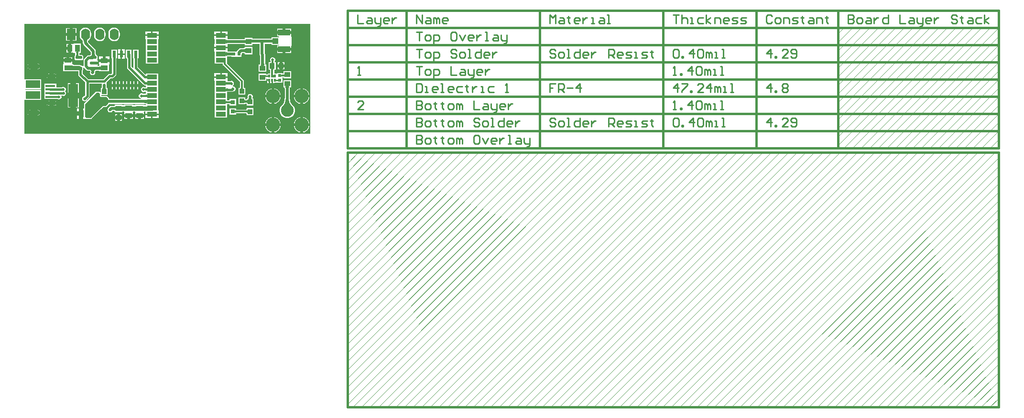
<source format=gtl>
G04*
G04 #@! TF.GenerationSoftware,Altium Limited,Altium Designer,22.2.1 (43)*
G04*
G04 Layer_Physical_Order=1*
G04 Layer_Color=255*
%FSLAX25Y25*%
%MOIN*%
G70*
G04*
G04 #@! TF.SameCoordinates,F9679001-C221-457E-AD06-5865B11B1ABB*
G04*
G04*
G04 #@! TF.FilePolarity,Positive*
G04*
G01*
G75*
%ADD21R,0.07087X0.03347*%
%ADD22R,0.03937X0.03740*%
%ADD23R,0.03740X0.03937*%
%ADD24R,0.01181X0.01968*%
%ADD25R,0.02362X0.02126*%
%ADD26R,0.02402X0.04724*%
%ADD27R,0.05118X0.03543*%
%ADD28R,0.03543X0.05118*%
G04:AMPARAMS|DCode=29|XSize=47.64mil|YSize=23.23mil|CornerRadius=5.81mil|HoleSize=0mil|Usage=FLASHONLY|Rotation=180.000|XOffset=0mil|YOffset=0mil|HoleType=Round|Shape=RoundedRectangle|*
%AMROUNDEDRECTD29*
21,1,0.04764,0.01161,0,0,180.0*
21,1,0.03602,0.02323,0,0,180.0*
1,1,0.01161,-0.01801,0.00581*
1,1,0.01161,0.01801,0.00581*
1,1,0.01161,0.01801,-0.00581*
1,1,0.01161,-0.01801,-0.00581*
%
%ADD29ROUNDEDRECTD29*%
%ADD30R,0.06890X0.01575*%
%ADD31R,0.09843X0.05413*%
%ADD32R,0.03347X0.03347*%
%ADD33R,0.06693X0.16142*%
%ADD34R,0.02047X0.01102*%
%ADD35R,0.04134X0.03937*%
%ADD36R,0.08661X0.04134*%
%ADD37R,0.03150X0.03150*%
%ADD38R,0.01968X0.02362*%
%ADD54R,0.03937X0.03937*%
%ADD66C,0.00100*%
%ADD67C,0.01500*%
%ADD68C,0.02000*%
%ADD69C,0.03000*%
%ADD70C,0.01200*%
%ADD71C,0.02100*%
%ADD72C,0.01300*%
%ADD73C,0.01000*%
%ADD74C,0.08858*%
%ADD75C,0.10039*%
%ADD76O,0.06299X0.03150*%
%ADD77O,0.08268X0.04134*%
%ADD78R,0.06299X0.07874*%
%ADD79O,0.06299X0.07874*%
%ADD80C,0.02362*%
%ADD81C,0.01968*%
G36*
X200647Y169D02*
X1224D01*
Y23692D01*
X1564Y23836D01*
X1624Y23836D01*
X12806D01*
Y30650D01*
X1624D01*
X1564Y30650D01*
X1406Y30717D01*
Y30908D01*
X1778Y31218D01*
X12806D01*
Y38032D01*
X1624D01*
X1564Y38032D01*
X1224Y38176D01*
Y76659D01*
X200647D01*
Y169D01*
D02*
G37*
%LPC*%
G36*
X187213Y73265D02*
X183382D01*
Y71698D01*
X187213D01*
Y73265D01*
D02*
G37*
G36*
X181382D02*
X177551D01*
Y71698D01*
X181382D01*
Y73265D01*
D02*
G37*
G36*
X37390Y73855D02*
X34740D01*
Y70418D01*
X37390D01*
Y73855D01*
D02*
G37*
G36*
X32740D02*
X30091D01*
Y70418D01*
X32740D01*
Y73855D01*
D02*
G37*
G36*
X142790Y71435D02*
X138746D01*
Y69262D01*
X142790D01*
Y71435D01*
D02*
G37*
G36*
X137746D02*
X133703D01*
Y69262D01*
X137746D01*
Y71435D01*
D02*
G37*
G36*
X94758D02*
X90715D01*
Y69262D01*
X94758D01*
Y71435D01*
D02*
G37*
G36*
X89715D02*
X85672D01*
Y69262D01*
X89715D01*
Y71435D01*
D02*
G37*
G36*
X187213Y69698D02*
X182382D01*
X177551D01*
Y68131D01*
X178508D01*
X178735Y67731D01*
X178633Y67559D01*
X173611D01*
Y66429D01*
X160247D01*
Y66969D01*
X154910D01*
Y66199D01*
X143270D01*
X143169Y66202D01*
X142899Y66229D01*
X142790Y66247D01*
Y68262D01*
X133703D01*
Y66089D01*
X134003D01*
Y62774D01*
X133703D01*
Y60601D01*
X142790D01*
Y62587D01*
X142886Y62602D01*
X143297Y62631D01*
X154910D01*
Y61828D01*
X160247D01*
Y62860D01*
X165194D01*
Y55886D01*
X165330Y55204D01*
X165539Y54891D01*
Y49301D01*
X165527Y49145D01*
X165489Y48884D01*
X165442Y48680D01*
X165391Y48535D01*
X165347Y48453D01*
X165336Y48439D01*
X165309Y48435D01*
X164654D01*
Y47732D01*
X164653Y47723D01*
X164654Y47715D01*
Y43295D01*
X169991D01*
Y47715D01*
X169993Y47723D01*
X169991Y47732D01*
Y48435D01*
X169337D01*
X169310Y48439D01*
X169299Y48453D01*
X169255Y48535D01*
X169204Y48680D01*
X169157Y48884D01*
X169119Y49145D01*
X169107Y49301D01*
Y55542D01*
X168971Y56225D01*
X168763Y56537D01*
Y62860D01*
X173611D01*
Y62222D01*
X178830D01*
X178963Y62050D01*
X178767Y61651D01*
X177551D01*
Y60084D01*
X182382D01*
X187213D01*
Y61446D01*
X187303D01*
X187697Y61839D01*
Y67745D01*
X187213Y68229D01*
Y69698D01*
D02*
G37*
G36*
X37390Y68418D02*
X34740D01*
Y64981D01*
X37390D01*
Y68418D01*
D02*
G37*
G36*
X32740D02*
X30091D01*
Y64981D01*
X32740D01*
Y68418D01*
D02*
G37*
G36*
X63740Y74189D02*
X62709Y74054D01*
X61748Y73656D01*
X60923Y73023D01*
X60290Y72197D01*
X59892Y71237D01*
X59756Y70206D01*
Y68631D01*
X59892Y67600D01*
X60290Y66639D01*
X60923Y65814D01*
X61748Y65181D01*
X62709Y64783D01*
X63740Y64647D01*
X64771Y64783D01*
X65732Y65181D01*
X66557Y65814D01*
X67190Y66639D01*
X67588Y67600D01*
X67724Y68631D01*
Y70206D01*
X67588Y71237D01*
X67190Y72197D01*
X66557Y73023D01*
X65732Y73656D01*
X64771Y74054D01*
X63740Y74189D01*
D02*
G37*
G36*
X53740D02*
X52709Y74054D01*
X51748Y73656D01*
X50923Y73023D01*
X50290Y72197D01*
X49892Y71237D01*
X49757Y70206D01*
Y68631D01*
X49892Y67600D01*
X50290Y66639D01*
X50923Y65814D01*
X51748Y65181D01*
X52709Y64783D01*
X53740Y64647D01*
X54771Y64783D01*
X55732Y65181D01*
X56557Y65814D01*
X57190Y66639D01*
X57588Y67600D01*
X57724Y68631D01*
Y70206D01*
X57588Y71237D01*
X57190Y72197D01*
X56557Y73023D01*
X55732Y73656D01*
X54771Y74054D01*
X53740Y74189D01*
D02*
G37*
G36*
X31973Y62733D02*
X30701D01*
Y60674D01*
X31973D01*
Y62733D01*
D02*
G37*
G36*
X155622Y60671D02*
X155614Y60669D01*
X154910D01*
Y60052D01*
X154837Y60018D01*
X154686Y59970D01*
X154486Y59929D01*
X154017Y59884D01*
X152201D01*
X152201Y59884D01*
X151519Y59748D01*
X150940Y59361D01*
X149710Y58131D01*
X149367Y57617D01*
X149037Y57528D01*
X148940Y57520D01*
X148821Y57520D01*
X147430D01*
X147257Y57554D01*
X143253D01*
X143167Y57557D01*
X142896Y57583D01*
X142790Y57600D01*
Y59601D01*
X133703D01*
Y57427D01*
X134003D01*
Y53397D01*
Y49066D01*
X139594D01*
X139602Y48989D01*
Y48758D01*
X139703Y48251D01*
X139990Y47821D01*
X151529Y36282D01*
Y32349D01*
X151522Y32267D01*
X151502Y32146D01*
X151496Y32126D01*
X150580D01*
Y27380D01*
X155326D01*
Y32126D01*
X154212D01*
X154207Y32146D01*
X154187Y32267D01*
X154180Y32349D01*
Y36831D01*
X154079Y37338D01*
X153792Y37768D01*
X142490Y49070D01*
Y49769D01*
X142491Y49778D01*
X142490Y49786D01*
Y53876D01*
X142505Y53882D01*
X142672Y53921D01*
X142888Y53955D01*
X143306Y53986D01*
X145221D01*
X145286Y53984D01*
X145639Y53956D01*
Y53758D01*
X146342D01*
X146351Y53756D01*
X146359Y53758D01*
X146367Y53756D01*
X146374Y53758D01*
X149114Y53758D01*
X149407Y53758D01*
X152590D01*
Y54977D01*
X152620Y55022D01*
X152756Y55704D01*
Y56130D01*
X152941Y56315D01*
X154081D01*
X154209Y56306D01*
X154475Y56272D01*
X154686Y56228D01*
X154837Y56181D01*
X154910Y56147D01*
Y55529D01*
X155614D01*
X155622Y55528D01*
X155631Y55529D01*
X160247D01*
Y60669D01*
X155631D01*
X155622Y60671D01*
D02*
G37*
G36*
X31973Y58674D02*
X30701D01*
Y56615D01*
X31973D01*
Y58674D01*
D02*
G37*
G36*
X187213Y58083D02*
X183382D01*
Y56517D01*
X187213D01*
Y58083D01*
D02*
G37*
G36*
X181382D02*
X177551D01*
Y56517D01*
X181382D01*
Y58083D01*
D02*
G37*
G36*
X71059Y59099D02*
X69358D01*
Y56237D01*
X71059D01*
Y59099D01*
D02*
G37*
G36*
X68358D02*
X66658D01*
Y56237D01*
X68358D01*
Y59099D01*
D02*
G37*
G36*
X71059Y55237D02*
X69358D01*
Y52375D01*
X71059D01*
Y55237D01*
D02*
G37*
G36*
X68358D02*
X66658D01*
Y52375D01*
X68358D01*
Y55237D01*
D02*
G37*
G36*
X34555Y53580D02*
X32496D01*
Y52308D01*
X34555D01*
Y53580D01*
D02*
G37*
G36*
X30496D02*
X28437D01*
Y52308D01*
X30496D01*
Y53580D01*
D02*
G37*
G36*
X60449Y53981D02*
X57890D01*
Y52210D01*
X60449D01*
Y53981D01*
D02*
G37*
G36*
X55890D02*
X53331D01*
Y52210D01*
X55890D01*
Y53981D01*
D02*
G37*
G36*
X40562Y62933D02*
X35619D01*
Y62794D01*
X35244Y62733D01*
X35219Y62733D01*
X33972D01*
Y59674D01*
Y56615D01*
X35219D01*
X35244Y56615D01*
X35619Y56554D01*
Y56415D01*
X36663D01*
X36684Y56338D01*
X36706Y56205D01*
X36714Y56113D01*
Y55395D01*
X36712Y55342D01*
X36697Y55192D01*
X36676Y55060D01*
X36652Y54957D01*
X36628Y54883D01*
X36609Y54839D01*
X36606Y54833D01*
X36601Y54830D01*
X36527Y54781D01*
X36244Y54357D01*
X36145Y53857D01*
Y52696D01*
X36244Y52196D01*
X36527Y51772D01*
X36951Y51489D01*
X37451Y51390D01*
X41053D01*
X41553Y51489D01*
X41976Y51772D01*
X42260Y52196D01*
X42359Y52696D01*
Y53857D01*
X42260Y54357D01*
X41976Y54781D01*
X41553Y55063D01*
X41053Y55163D01*
X39507D01*
X39498Y55198D01*
X39476Y55338D01*
X39467Y55437D01*
Y56113D01*
X39475Y56205D01*
X39497Y56338D01*
X39518Y56415D01*
X40562D01*
Y62933D01*
D02*
G37*
G36*
X94758Y68262D02*
X85672D01*
Y66089D01*
X85971D01*
Y62058D01*
Y57727D01*
Y53397D01*
Y49066D01*
X94458D01*
Y53397D01*
Y57727D01*
Y62058D01*
Y66089D01*
X94758D01*
Y68262D01*
D02*
G37*
G36*
X182685Y49938D02*
X181315D01*
Y48469D01*
X182685D01*
Y49938D01*
D02*
G37*
G36*
X179315D02*
X177945D01*
Y48469D01*
X179315D01*
Y49938D01*
D02*
G37*
G36*
X11982Y48609D02*
X11997Y48574D01*
X12025Y48492D01*
X12050Y48409D01*
X12070Y48325D01*
X12086Y48240D01*
X12097Y48154D01*
X12104Y48076D01*
X12338D01*
X11982Y48609D01*
D02*
G37*
G36*
X10158Y49123D02*
X8973D01*
Y48076D01*
X11840D01*
X11794Y48156D01*
X11740Y48240D01*
X11682Y48321D01*
X11620Y48399D01*
X11554Y48474D01*
X11485Y48546D01*
X11412Y48614D01*
X11336Y48678D01*
X11256Y48739D01*
X11174Y48796D01*
X11089Y48848D01*
X11002Y48897D01*
X10912Y48941D01*
X10820Y48980D01*
X10727Y49015D01*
X10632Y49045D01*
X10535Y49070D01*
X10437Y49091D01*
X10339Y49107D01*
X10240Y49118D01*
X10158Y49123D01*
D02*
G37*
G36*
X6972D02*
X5906D01*
X5789Y49120D01*
X5683Y49112D01*
X5577Y49098D01*
X5472Y49078D01*
X5368Y49053D01*
X5266Y49023D01*
X5166Y48988D01*
X5067Y48947D01*
X4971Y48901D01*
X4877Y48850D01*
X4786Y48794D01*
X4698Y48734D01*
X4614Y48669D01*
X4532Y48600D01*
X4455Y48526D01*
X4382Y48449D01*
X4312Y48368D01*
X4247Y48283D01*
X4187Y48195D01*
X4131Y48104D01*
X4116Y48076D01*
X6972D01*
Y49123D01*
D02*
G37*
G36*
X3963Y48609D02*
X3607Y48076D01*
X3841D01*
X3848Y48154D01*
X3859Y48240D01*
X3875Y48325D01*
X3895Y48409D01*
X3920Y48492D01*
X3949Y48574D01*
X3963Y48609D01*
D02*
G37*
G36*
X43740Y74189D02*
X42709Y74054D01*
X41748Y73656D01*
X40923Y73023D01*
X40290Y72197D01*
X39892Y71237D01*
X39757Y70206D01*
Y68631D01*
X39892Y67600D01*
X40290Y66639D01*
X40923Y65814D01*
X41748Y65181D01*
X41888Y65123D01*
X41890Y65118D01*
X41944Y64857D01*
X42007Y64209D01*
Y63375D01*
X42139Y62712D01*
X42515Y62149D01*
X47578Y57086D01*
Y55967D01*
X47562Y55788D01*
X47522Y55543D01*
X47473Y55355D01*
X47422Y55228D01*
X47382Y55163D01*
X47333D01*
X46833Y55063D01*
X46419Y54787D01*
X45996D01*
X45332Y54655D01*
X44770Y54279D01*
X42967Y52477D01*
X42592Y51914D01*
X42460Y51251D01*
Y47297D01*
X42429Y47269D01*
X42054Y47184D01*
X41976Y47300D01*
X41553Y47583D01*
X41053Y47683D01*
X40683D01*
X40110Y48065D01*
X39252Y48236D01*
X35816D01*
X35190Y48277D01*
X34903Y48313D01*
X34755Y48340D01*
Y48662D01*
X34616D01*
X34555Y49036D01*
X34555Y49062D01*
Y50308D01*
X31496D01*
X28437D01*
Y49062D01*
X28437Y49036D01*
X28376Y48662D01*
X28237D01*
Y43718D01*
X34035D01*
X34043Y43716D01*
X34051Y43718D01*
X34058Y43717D01*
X34132Y43718D01*
X34755D01*
Y43731D01*
X35647Y43750D01*
X38855D01*
X38875Y43625D01*
X38886Y43497D01*
Y41456D01*
X38998Y40890D01*
X39318Y40411D01*
X43686Y36043D01*
Y27104D01*
X42902Y26320D01*
X42854D01*
X42198Y26049D01*
X41696Y25547D01*
X41425Y24891D01*
Y24181D01*
X41696Y23526D01*
X42198Y23024D01*
X42854Y22752D01*
X43564D01*
X44219Y23024D01*
X44721Y23526D01*
X44993Y24181D01*
Y24230D01*
X46209Y25446D01*
X46530Y25926D01*
X46643Y26492D01*
Y35177D01*
X55153D01*
Y34145D01*
X55143Y34097D01*
Y32710D01*
X55137Y32563D01*
X55110Y32312D01*
X55073Y32106D01*
X55033Y31958D01*
X55027Y31942D01*
X54503D01*
Y31239D01*
X54501Y31230D01*
X54503Y31222D01*
Y29251D01*
X54133Y29098D01*
X53860Y29372D01*
X53628Y29526D01*
X53355Y29581D01*
X51446D01*
X51440Y29579D01*
X51434Y29581D01*
X51304Y29552D01*
X51173Y29526D01*
X51168Y29523D01*
X51162Y29522D01*
X51052Y29446D01*
X50941Y29372D01*
X50938Y29367D01*
X50933Y29363D01*
X43014Y21177D01*
X42942Y21064D01*
X42868Y20954D01*
X42867Y20948D01*
X42864Y20943D01*
X42840Y20811D01*
X42814Y20680D01*
Y17675D01*
X42234D01*
Y14116D01*
Y10557D01*
X43506D01*
X43506Y10557D01*
Y10557D01*
X43906Y10605D01*
X43914Y10598D01*
X43950Y10587D01*
X43982Y10566D01*
X44082Y10546D01*
X44180Y10515D01*
X44218Y10519D01*
X44255Y10512D01*
X47614D01*
X47887Y10566D01*
X48119Y10721D01*
X48256Y10857D01*
X48324D01*
Y10926D01*
X54625Y17227D01*
X56201Y18803D01*
X58143D01*
X58416Y18857D01*
X58647Y19012D01*
X60137Y20501D01*
X60291Y20733D01*
X60316Y20857D01*
X85155D01*
X85318Y20844D01*
X85559Y20806D01*
X85746Y20758D01*
X85874Y20708D01*
X85945Y20667D01*
X85965Y20650D01*
X85971Y20589D01*
Y20109D01*
X84840D01*
Y20328D01*
X78322D01*
Y20109D01*
X77163D01*
Y20427D01*
X70645D01*
Y20109D01*
X69535D01*
Y20328D01*
X64918D01*
X64910Y20330D01*
X64901Y20328D01*
X64198D01*
Y19674D01*
X64197Y19667D01*
X64124Y19629D01*
X63991Y19582D01*
X63799Y19537D01*
X63552Y19502D01*
X63408Y19491D01*
X61923D01*
X61259Y19359D01*
X60697Y18984D01*
X60038Y18324D01*
X59914Y18273D01*
X59413Y17771D01*
X59141Y17116D01*
Y16406D01*
X59413Y15750D01*
X59914Y15248D01*
X60570Y14976D01*
X61280D01*
X61936Y15248D01*
X62438Y15750D01*
X62489Y15873D01*
X62641Y16025D01*
X63408D01*
X63552Y16014D01*
X63799Y15979D01*
X63991Y15934D01*
X64124Y15887D01*
X64197Y15849D01*
X64198Y15842D01*
Y15188D01*
X64901D01*
X64910Y15186D01*
X64918Y15188D01*
X69535D01*
Y15623D01*
X70645D01*
Y15483D01*
X70784D01*
X70845Y15109D01*
X70845Y15083D01*
Y13837D01*
X73904D01*
X76963D01*
Y15083D01*
X76963Y15109D01*
X77024Y15483D01*
X77163D01*
Y15623D01*
X78322D01*
Y15385D01*
X78461D01*
X78522Y15010D01*
X78522Y14985D01*
Y13738D01*
X81581D01*
X84640D01*
Y14985D01*
X84640Y15010D01*
X84701Y15385D01*
X84840D01*
Y15623D01*
X85672D01*
Y14144D01*
X94758D01*
Y16317D01*
X94458D01*
Y19932D01*
Y24263D01*
Y28594D01*
Y32924D01*
Y37255D01*
Y42001D01*
X85971D01*
Y41615D01*
X85571Y41449D01*
X80337Y46684D01*
Y52328D01*
X80339Y52381D01*
X80356Y52562D01*
X80374Y52675D01*
X80759D01*
Y53378D01*
X80761Y53387D01*
X80759Y53395D01*
Y58799D01*
X76957D01*
Y53395D01*
X76956Y53387D01*
X76957Y53378D01*
Y52675D01*
X77343D01*
X77359Y52570D01*
X77380Y52287D01*
Y46072D01*
X77429Y45827D01*
X77060Y45630D01*
X75730Y46960D01*
Y52675D01*
X75759D01*
Y53378D01*
X75761Y53387D01*
X75759Y53395D01*
Y58799D01*
X71957D01*
Y52675D01*
X72681D01*
X72704Y52618D01*
X72736Y52500D01*
X72764Y52337D01*
X72774Y52222D01*
Y46347D01*
X72886Y45781D01*
X73207Y45302D01*
X84255Y34254D01*
X84734Y33933D01*
X85300Y33821D01*
X85641D01*
X85720Y33814D01*
X85873Y33791D01*
X85971Y33767D01*
Y32392D01*
X85902Y32374D01*
X85767Y32351D01*
X85673Y32343D01*
X85449D01*
X85312Y32479D01*
X84657Y32751D01*
X83947D01*
X83291Y32479D01*
X82789Y31977D01*
X82517Y31322D01*
Y30612D01*
X82789Y29956D01*
X83291Y29454D01*
X83947Y29182D01*
X84657D01*
X85312Y29454D01*
X85436Y29577D01*
X85589Y29582D01*
X85971Y29296D01*
Y27996D01*
X85902Y27977D01*
X85767Y27955D01*
X85673Y27947D01*
X83857D01*
X83786Y28017D01*
X83131Y28289D01*
X82421D01*
X81765Y28017D01*
X81263Y27516D01*
X80991Y26860D01*
Y26150D01*
X81263Y25494D01*
X81765Y24992D01*
X82421Y24721D01*
X82412Y24324D01*
X60346D01*
Y24549D01*
X60291Y24823D01*
X60137Y25054D01*
X58912Y26279D01*
X58680Y26434D01*
X58407Y26488D01*
X54864D01*
X54736Y26617D01*
Y27196D01*
X59249D01*
Y31222D01*
X59251Y31230D01*
X59249Y31239D01*
Y31942D01*
X58726D01*
X58719Y31958D01*
X58679Y32106D01*
X58644Y32302D01*
X58609Y32723D01*
Y34097D01*
X58600Y34145D01*
Y35004D01*
X58600Y35348D01*
X58600D01*
Y35405D01*
X58600Y35405D01*
Y36214D01*
X61192Y38806D01*
X62474D01*
X63039Y38918D01*
X63519Y39239D01*
X64904Y40624D01*
X65224Y41103D01*
X65337Y41669D01*
Y52675D01*
X65759D01*
Y58799D01*
X61958D01*
Y52675D01*
X62380D01*
Y42281D01*
X61861Y41763D01*
X60580D01*
X60014Y41650D01*
X59534Y41330D01*
X56339Y38134D01*
X45777D01*
X41842Y42068D01*
Y43448D01*
X41865Y43699D01*
X41890Y43850D01*
X41924Y43998D01*
X41964Y44137D01*
X42010Y44265D01*
X42062Y44384D01*
X42120Y44495D01*
X42197Y44619D01*
X42198Y44624D01*
X42260Y44716D01*
X42291Y44873D01*
X42294Y44880D01*
X42293Y44885D01*
X42359Y45215D01*
Y46237D01*
X42759Y46359D01*
X42967Y46047D01*
X44496Y44519D01*
X45058Y44143D01*
X45721Y44011D01*
X46830D01*
X46833Y44009D01*
X46994Y43977D01*
X46999Y43966D01*
X47039Y43848D01*
X47075Y43688D01*
X47096Y43485D01*
X46936Y43100D01*
Y42390D01*
X47208Y41734D01*
X47710Y41232D01*
X48366Y40961D01*
X49075D01*
X49731Y41232D01*
X50233Y41734D01*
X50398Y42132D01*
X50450Y42210D01*
X50468Y42301D01*
X50505Y42390D01*
Y42486D01*
X50582Y42873D01*
Y43344D01*
X50589Y43439D01*
X50619Y43652D01*
X50657Y43816D01*
X50690Y43910D01*
X50935D01*
X51435Y44009D01*
X51455Y44023D01*
X52468Y44082D01*
X53089D01*
X53231Y44110D01*
X53631Y43874D01*
Y43620D01*
X60149D01*
Y48438D01*
X60449D01*
Y50209D01*
X56890D01*
X53331D01*
Y48438D01*
X53631D01*
Y47605D01*
X53591Y47602D01*
X53142D01*
X52875Y47549D01*
X52341D01*
X52339Y47550D01*
X52163Y47949D01*
X52424Y48339D01*
X52463Y48536D01*
X49134D01*
Y50536D01*
X52463D01*
X52424Y50734D01*
X52075Y51257D01*
X51858Y51401D01*
Y51772D01*
X52141Y52196D01*
X52241Y52696D01*
Y53857D01*
X52141Y54357D01*
X51858Y54781D01*
X51435Y55063D01*
X51227Y55105D01*
X51208Y55139D01*
X51152Y55287D01*
X51101Y55493D01*
X51060Y55756D01*
X51044Y55945D01*
Y57804D01*
X50912Y58467D01*
X50537Y59030D01*
X45474Y64093D01*
Y64261D01*
X45491Y64509D01*
X45534Y64846D01*
X45590Y65118D01*
X45592Y65123D01*
X45732Y65181D01*
X46557Y65814D01*
X47190Y66639D01*
X47588Y67600D01*
X47724Y68631D01*
Y70206D01*
X47588Y71237D01*
X47190Y72197D01*
X46557Y73023D01*
X45732Y73656D01*
X44771Y74054D01*
X43740Y74189D01*
D02*
G37*
G36*
X3839Y46076D02*
X3607D01*
X3839Y45729D01*
Y46076D01*
D02*
G37*
G36*
X11829D02*
X8973D01*
Y45043D01*
X10158Y45048D01*
X10240Y45053D01*
X10339Y45064D01*
X10437Y45080D01*
X10535Y45101D01*
X10632Y45126D01*
X10727Y45156D01*
X10820Y45191D01*
X10912Y45230D01*
X11002Y45274D01*
X11089Y45323D01*
X11174Y45375D01*
X11256Y45432D01*
X11336Y45493D01*
X11412Y45557D01*
X11485Y45625D01*
X11554Y45697D01*
X11620Y45772D01*
X11682Y45850D01*
X11740Y45931D01*
X11794Y46015D01*
X11829Y46076D01*
D02*
G37*
G36*
X6972D02*
X4115D01*
X4136Y46038D01*
X4189Y45952D01*
X4247Y45869D01*
X4309Y45789D01*
X4375Y45711D01*
X4444Y45638D01*
X4517Y45567D01*
X4594Y45501D01*
X4673Y45438D01*
X4756Y45379D01*
X4842Y45324D01*
X4930Y45274D01*
X5020Y45228D01*
X5113Y45187D01*
X5207Y45150D01*
X5303Y45118D01*
X5401Y45091D01*
X5500Y45068D01*
X5600Y45051D01*
X5701Y45038D01*
X5802Y45031D01*
X5886Y45028D01*
X6972Y45033D01*
Y46076D01*
D02*
G37*
G36*
X182685Y46469D02*
X181315D01*
Y45001D01*
X182685D01*
Y46469D01*
D02*
G37*
G36*
X179315D02*
X177945D01*
Y45001D01*
X179315D01*
Y46469D01*
D02*
G37*
G36*
X174666Y53486D02*
X173956D01*
X173300Y53214D01*
X172799Y52712D01*
X172527Y52056D01*
Y51347D01*
X172799Y50691D01*
X172807Y50683D01*
Y50138D01*
X171446D01*
Y44801D01*
X172590D01*
X172609Y44732D01*
X172631Y44596D01*
X172639Y44502D01*
Y42028D01*
X171446D01*
X171437Y42029D01*
X171429Y42028D01*
X170725D01*
Y41573D01*
X170712Y41571D01*
X170659Y41567D01*
X170066D01*
X170010Y41572D01*
X169991Y41575D01*
Y42136D01*
X164654D01*
Y36996D01*
X169991D01*
Y38714D01*
X170025Y38741D01*
X170425Y38550D01*
Y37969D01*
X172016D01*
Y37469D01*
X172516D01*
Y35485D01*
X173516D01*
Y37469D01*
X174516D01*
Y35485D01*
X175606D01*
Y35785D01*
X177306D01*
X177450Y35639D01*
Y35639D01*
X181212D01*
Y39573D01*
X181225Y39575D01*
X181284Y39581D01*
X181705D01*
X181762Y39575D01*
X181780Y39572D01*
Y38699D01*
X187117D01*
Y43839D01*
X181780D01*
Y42035D01*
X181762Y42033D01*
X181705Y42028D01*
X181283D01*
X181225Y42033D01*
X181212Y42035D01*
Y42567D01*
X177450D01*
Y42368D01*
X177306Y42028D01*
X175446D01*
X175437Y42029D01*
X175392Y42415D01*
Y44502D01*
X175400Y44596D01*
X175423Y44731D01*
X175441Y44801D01*
X176586D01*
Y50138D01*
X175828D01*
X175671Y50538D01*
X175824Y50691D01*
X176095Y51347D01*
Y52056D01*
X175824Y52712D01*
X175322Y53214D01*
X174666Y53486D01*
D02*
G37*
G36*
X22973Y41988D02*
Y41481D01*
X23380D01*
X23097Y41905D01*
X22973Y41988D01*
D02*
G37*
G36*
X21949Y42036D02*
X21099Y42027D01*
Y41481D01*
X22894D01*
X22873Y41508D01*
X22846Y41541D01*
X22818Y41572D01*
X22790Y41603D01*
X22760Y41633D01*
X22730Y41662D01*
X22699Y41690D01*
X22667Y41718D01*
X22634Y41744D01*
X22600Y41770D01*
X22566Y41794D01*
X22531Y41818D01*
X22496Y41840D01*
X22459Y41861D01*
X22422Y41882D01*
X22385Y41901D01*
X22347Y41919D01*
X22308Y41936D01*
X22269Y41952D01*
X22230Y41967D01*
X22190Y41980D01*
X22150Y41993D01*
X22109Y42004D01*
X22069Y42014D01*
X22027Y42023D01*
X21986Y42031D01*
X21949Y42036D01*
D02*
G37*
G36*
X19098Y42007D02*
X18169Y41997D01*
X18124Y41984D01*
X18083Y41971D01*
X18044Y41958D01*
X18004Y41942D01*
X17965Y41926D01*
X17926Y41909D01*
X17888Y41890D01*
X17851Y41871D01*
X17814Y41850D01*
X17777Y41829D01*
X17742Y41806D01*
X17706Y41782D01*
X17672Y41757D01*
X17639Y41732D01*
X17606Y41705D01*
X17574Y41677D01*
X17543Y41649D01*
X17512Y41619D01*
X17483Y41589D01*
X17454Y41557D01*
X17426Y41525D01*
X17400Y41493D01*
X17391Y41481D01*
X19098D01*
Y42007D01*
D02*
G37*
G36*
X17224Y41988D02*
X17100Y41905D01*
X16817Y41481D01*
X17224D01*
Y41988D01*
D02*
G37*
G36*
X142790Y42301D02*
X138746D01*
Y40128D01*
X142790D01*
Y42301D01*
D02*
G37*
G36*
X137746D02*
X133703D01*
Y40128D01*
X137746D01*
Y42301D01*
D02*
G37*
G36*
X23380Y39481D02*
X22973D01*
Y38974D01*
X23097Y39057D01*
X23380Y39481D01*
D02*
G37*
G36*
X17224D02*
X16817D01*
X17100Y39057D01*
X17224Y38974D01*
Y39481D01*
D02*
G37*
G36*
X22826D02*
X21099D01*
Y38955D01*
X22067Y38965D01*
X22095Y38972D01*
X22130Y38981D01*
X22164Y38991D01*
X22198Y39002D01*
X22232Y39014D01*
X22266Y39027D01*
X22299Y39041D01*
X22331Y39055D01*
X22363Y39071D01*
X22395Y39088D01*
X22426Y39105D01*
X22457Y39124D01*
X22487Y39143D01*
X22516Y39164D01*
X22545Y39185D01*
X22573Y39207D01*
X22601Y39230D01*
X22628Y39253D01*
X22654Y39277D01*
X22680Y39302D01*
X22704Y39328D01*
X22728Y39355D01*
X22751Y39382D01*
X22774Y39410D01*
X22796Y39438D01*
X22816Y39467D01*
X22826Y39481D01*
D02*
G37*
G36*
X19098D02*
X17328D01*
X17341Y39464D01*
X17368Y39431D01*
X17396Y39399D01*
X17425Y39367D01*
X17455Y39336D01*
X17485Y39307D01*
X17517Y39278D01*
X17549Y39250D01*
X17583Y39223D01*
X17617Y39197D01*
X17651Y39171D01*
X17687Y39147D01*
X17723Y39124D01*
X17760Y39102D01*
X17797Y39081D01*
X17835Y39062D01*
X17874Y39043D01*
X17913Y39026D01*
X17952Y39009D01*
X17992Y38994D01*
X18033Y38980D01*
X18074Y38967D01*
X18115Y38955D01*
X18157Y38945D01*
X18198Y38935D01*
X18248Y38926D01*
X19098Y38935D01*
Y39481D01*
D02*
G37*
G36*
X23136Y37239D02*
X20291D01*
Y37052D01*
X23136D01*
Y37239D01*
D02*
G37*
G36*
X18291D02*
X15447D01*
Y37052D01*
X18291D01*
Y37239D01*
D02*
G37*
G36*
X171516Y36969D02*
X170425D01*
Y35485D01*
X171516D01*
Y36969D01*
D02*
G37*
G36*
X80559Y36749D02*
X79858D01*
Y34887D01*
X80559D01*
Y36749D01*
D02*
G37*
G36*
X77858D02*
X77157D01*
Y34887D01*
X77858D01*
Y36749D01*
D02*
G37*
G36*
X75559D02*
X74858D01*
Y34887D01*
X75559D01*
Y36749D01*
D02*
G37*
G36*
X72858D02*
X72158D01*
Y34887D01*
X72858D01*
Y36749D01*
D02*
G37*
G36*
X70559D02*
X69858D01*
Y34887D01*
X70559D01*
Y36749D01*
D02*
G37*
G36*
X67858D02*
X67158D01*
Y34887D01*
X67858D01*
Y36749D01*
D02*
G37*
G36*
X65559D02*
X64858D01*
Y34887D01*
X65559D01*
Y36749D01*
D02*
G37*
G36*
X62858D02*
X62157D01*
Y34887D01*
X62858D01*
Y36749D01*
D02*
G37*
G36*
X80559Y32887D02*
X79858D01*
Y31025D01*
X80559D01*
Y32887D01*
D02*
G37*
G36*
X77858D02*
X77157D01*
Y31025D01*
X77858D01*
Y32887D01*
D02*
G37*
G36*
X75559D02*
X74858D01*
Y31025D01*
X75559D01*
Y32887D01*
D02*
G37*
G36*
X72858D02*
X72158D01*
Y31025D01*
X72858D01*
Y32887D01*
D02*
G37*
G36*
X70559D02*
X69858D01*
Y31025D01*
X70559D01*
Y32887D01*
D02*
G37*
G36*
X67858D02*
X67158D01*
Y31025D01*
X67858D01*
Y32887D01*
D02*
G37*
G36*
X65559D02*
X64858D01*
Y31025D01*
X65559D01*
Y32887D01*
D02*
G37*
G36*
X62858D02*
X62157D01*
Y31025D01*
X62858D01*
Y32887D01*
D02*
G37*
G36*
X39187Y35454D02*
X37340D01*
Y28883D01*
X39187D01*
Y35454D01*
D02*
G37*
G36*
X33340D02*
X31494D01*
Y28883D01*
X33340D01*
Y35454D01*
D02*
G37*
G36*
X195547Y31813D02*
Y27367D01*
X199994D01*
X199691Y28497D01*
X198964Y29756D01*
X197936Y30784D01*
X196678Y31510D01*
X195547Y31813D01*
D02*
G37*
G36*
X175547D02*
Y27367D01*
X179994D01*
X179691Y28497D01*
X178964Y29756D01*
X177936Y30784D01*
X176678Y31510D01*
X175547Y31813D01*
D02*
G37*
G36*
X193547Y31813D02*
X192417Y31510D01*
X191158Y30784D01*
X190130Y29756D01*
X189404Y28497D01*
X189101Y27367D01*
X193547D01*
Y31813D01*
D02*
G37*
G36*
X173547D02*
X172417Y31510D01*
X171158Y30784D01*
X170131Y29756D01*
X169404Y28497D01*
X169101Y27367D01*
X173547D01*
Y31813D01*
D02*
G37*
G36*
X23136Y35052D02*
X19291D01*
X15447D01*
Y34980D01*
X15146D01*
Y32006D01*
Y29447D01*
Y26888D01*
Y24328D01*
X22716D01*
X22724Y24327D01*
X22733Y24328D01*
X23436D01*
Y24427D01*
X23622Y24439D01*
X24148D01*
X24285Y24303D01*
X24940Y24032D01*
X25650D01*
X26306Y24303D01*
X26808Y24805D01*
X27080Y25461D01*
Y26171D01*
X27053Y26235D01*
X27262Y26697D01*
X27434Y26764D01*
X28090Y26492D01*
X28800D01*
X29456Y26764D01*
X29958Y27266D01*
X30229Y27922D01*
Y28631D01*
X29958Y29287D01*
X29577Y29667D01*
X29842Y29932D01*
X30113Y30588D01*
Y31297D01*
X29842Y31953D01*
X29340Y32455D01*
X28684Y32727D01*
X27974D01*
X27318Y32455D01*
X27276Y32412D01*
X23436D01*
Y34980D01*
X23136D01*
Y35052D01*
D02*
G37*
G36*
X159016Y27895D02*
X158307D01*
X157651Y27624D01*
X157149Y27122D01*
X156877Y26466D01*
Y25756D01*
X156986Y25493D01*
Y25095D01*
X156976Y24979D01*
X156976Y24978D01*
X156800Y24647D01*
X156792Y24646D01*
X156091D01*
Y24209D01*
X155709Y24150D01*
X155660Y24155D01*
X155495Y24182D01*
X155375Y24214D01*
X155326Y24234D01*
Y25433D01*
X150580D01*
Y20687D01*
X154608D01*
X154617Y20685D01*
X154625Y20687D01*
X155326D01*
Y21124D01*
X155709Y21182D01*
X155757Y21178D01*
X155922Y21150D01*
X156042Y21118D01*
X156091Y21098D01*
Y19899D01*
X160838D01*
Y24646D01*
X160285D01*
X160119Y25046D01*
X160174Y25100D01*
X160446Y25756D01*
Y26466D01*
X160174Y27122D01*
X159672Y27624D01*
X159016Y27895D01*
D02*
G37*
G36*
X22973Y22894D02*
Y22387D01*
X23380D01*
X23097Y22810D01*
X22973Y22894D01*
D02*
G37*
G36*
X21099Y22912D02*
Y22387D01*
X22826D01*
X22816Y22400D01*
X22796Y22430D01*
X22774Y22458D01*
X22751Y22486D01*
X22728Y22513D01*
X22704Y22540D01*
X22680Y22565D01*
X22654Y22591D01*
X22628Y22615D01*
X22601Y22638D01*
X22573Y22661D01*
X22545Y22683D01*
X22516Y22704D01*
X22487Y22724D01*
X22457Y22744D01*
X22426Y22762D01*
X22395Y22780D01*
X22363Y22797D01*
X22331Y22812D01*
X22299Y22827D01*
X22266Y22841D01*
X22232Y22854D01*
X22198Y22866D01*
X22164Y22877D01*
X22130Y22887D01*
X22095Y22896D01*
X22067Y22902D01*
X21099Y22912D01*
D02*
G37*
G36*
X18248Y22942D02*
X18198Y22932D01*
X18157Y22923D01*
X18115Y22913D01*
X18074Y22901D01*
X18033Y22888D01*
X17992Y22874D01*
X17952Y22859D01*
X17913Y22842D01*
X17874Y22825D01*
X17835Y22806D01*
X17797Y22786D01*
X17760Y22765D01*
X17723Y22743D01*
X17687Y22720D01*
X17651Y22696D01*
X17617Y22671D01*
X17583Y22645D01*
X17549Y22618D01*
X17517Y22590D01*
X17485Y22561D01*
X17455Y22531D01*
X17425Y22501D01*
X17396Y22469D01*
X17368Y22437D01*
X17341Y22403D01*
X17328Y22387D01*
X19098D01*
Y22933D01*
X18248Y22942D01*
D02*
G37*
G36*
X17224Y22894D02*
X17100Y22810D01*
X16817Y22387D01*
X17224D01*
Y22894D01*
D02*
G37*
G36*
X199994Y25367D02*
X195547D01*
Y20921D01*
X196678Y21224D01*
X197936Y21950D01*
X198964Y22978D01*
X199691Y24237D01*
X199994Y25367D01*
D02*
G37*
G36*
X179994D02*
X175547D01*
Y20921D01*
X176678Y21224D01*
X177936Y21950D01*
X178964Y22978D01*
X179691Y24237D01*
X179994Y25367D01*
D02*
G37*
G36*
X193547D02*
X189101D01*
X189404Y24237D01*
X190130Y22978D01*
X191158Y21950D01*
X192417Y21224D01*
X193547Y20921D01*
Y25367D01*
D02*
G37*
G36*
X173547D02*
X169101D01*
X169404Y24237D01*
X170131Y22978D01*
X171158Y21950D01*
X172417Y21224D01*
X173547Y20921D01*
Y25367D01*
D02*
G37*
G36*
X23380Y20387D02*
X22973D01*
Y19880D01*
X23097Y19963D01*
X23380Y20387D01*
D02*
G37*
G36*
X17224D02*
X16817D01*
X17100Y19963D01*
X17224Y19880D01*
Y20387D01*
D02*
G37*
G36*
X19098D02*
X17391D01*
X17400Y20375D01*
X17426Y20342D01*
X17454Y20310D01*
X17483Y20279D01*
X17512Y20249D01*
X17543Y20219D01*
X17574Y20191D01*
X17606Y20163D01*
X17639Y20136D01*
X17672Y20111D01*
X17706Y20086D01*
X17742Y20062D01*
X17777Y20039D01*
X17814Y20018D01*
X17851Y19997D01*
X17888Y19977D01*
X17926Y19959D01*
X17965Y19942D01*
X18004Y19925D01*
X18044Y19910D01*
X18083Y19896D01*
X18124Y19884D01*
X18169Y19871D01*
X19098Y19861D01*
Y20387D01*
D02*
G37*
G36*
X22894D02*
X21099D01*
Y19840D01*
X21949Y19832D01*
X21986Y19837D01*
X22027Y19845D01*
X22069Y19854D01*
X22109Y19864D01*
X22150Y19875D01*
X22190Y19888D01*
X22230Y19901D01*
X22269Y19916D01*
X22308Y19932D01*
X22347Y19949D01*
X22385Y19967D01*
X22422Y19986D01*
X22459Y20007D01*
X22496Y20028D01*
X22531Y20050D01*
X22566Y20074D01*
X22600Y20098D01*
X22634Y20124D01*
X22667Y20150D01*
X22699Y20177D01*
X22730Y20206D01*
X22760Y20235D01*
X22790Y20265D01*
X22818Y20296D01*
X22846Y20327D01*
X22873Y20360D01*
X22894Y20387D01*
D02*
G37*
G36*
X142790Y39128D02*
X133703D01*
Y36955D01*
X134003D01*
Y32924D01*
Y28594D01*
Y24263D01*
Y19932D01*
Y15601D01*
Y11271D01*
X142490D01*
Y15601D01*
Y20839D01*
X142510Y20844D01*
X142631Y20864D01*
X142712Y20872D01*
X144139D01*
X144219Y20865D01*
X144337Y20845D01*
X144365Y20837D01*
Y19814D01*
X148915D01*
Y24364D01*
X144365D01*
Y23557D01*
X144337Y23549D01*
X144219Y23530D01*
X144139Y23523D01*
X142712D01*
X142631Y23530D01*
X142510Y23550D01*
X142490Y23555D01*
Y29334D01*
X142537Y29353D01*
X142657Y29385D01*
X142823Y29412D01*
X142939Y29423D01*
X146002D01*
X146568Y29535D01*
X146727Y29642D01*
X147009D01*
X147664Y29913D01*
X148166Y30415D01*
X148438Y31071D01*
Y31781D01*
X148166Y32437D01*
X147664Y32939D01*
X147009Y33210D01*
X146557D01*
X146477Y33610D01*
X146582Y33654D01*
X147083Y34155D01*
X147355Y34811D01*
Y35521D01*
X147083Y36177D01*
X146582Y36679D01*
X145926Y36950D01*
X145216D01*
X144794Y36776D01*
X143115D01*
X142790Y36955D01*
Y39128D01*
D02*
G37*
G36*
X39187Y24883D02*
X37340D01*
Y18312D01*
X39187D01*
Y24883D01*
D02*
G37*
G36*
X33340D02*
X31494D01*
Y18312D01*
X33340D01*
Y24883D01*
D02*
G37*
G36*
X160838Y17953D02*
X156091D01*
Y16944D01*
X156071Y16939D01*
X155950Y16919D01*
X155868Y16912D01*
X149138D01*
X149056Y16919D01*
X148935Y16939D01*
X148915Y16944D01*
Y17867D01*
X144365D01*
Y13318D01*
X148915D01*
Y14228D01*
X148935Y14234D01*
X149056Y14254D01*
X149138Y14261D01*
X155868D01*
X155950Y14254D01*
X156071Y14234D01*
X156091Y14228D01*
Y13206D01*
X160838D01*
Y17953D01*
D02*
G37*
G36*
X8973Y16825D02*
Y15792D01*
X11829D01*
X11794Y15853D01*
X11740Y15936D01*
X11682Y16018D01*
X11620Y16096D01*
X11554Y16171D01*
X11485Y16243D01*
X11412Y16311D01*
X11336Y16375D01*
X11256Y16436D01*
X11174Y16493D01*
X11089Y16545D01*
X11002Y16593D01*
X10912Y16637D01*
X10820Y16677D01*
X10727Y16712D01*
X10632Y16742D01*
X10535Y16767D01*
X10437Y16788D01*
X10339Y16804D01*
X10240Y16815D01*
X10158Y16820D01*
X8973Y16825D01*
D02*
G37*
G36*
X5886Y16839D02*
X5802Y16837D01*
X5701Y16829D01*
X5600Y16817D01*
X5500Y16800D01*
X5401Y16777D01*
X5303Y16750D01*
X5207Y16718D01*
X5113Y16681D01*
X5020Y16640D01*
X4930Y16594D01*
X4842Y16543D01*
X4756Y16489D01*
X4673Y16430D01*
X4594Y16367D01*
X4517Y16301D01*
X4444Y16230D01*
X4375Y16156D01*
X4309Y16079D01*
X4247Y15999D01*
X4189Y15915D01*
X4136Y15829D01*
X4115Y15792D01*
X6972D01*
Y16834D01*
X5886Y16839D01*
D02*
G37*
G36*
X3839Y16139D02*
X3607Y15792D01*
X3839D01*
Y16139D01*
D02*
G37*
G36*
X39234Y17675D02*
X37963D01*
Y15616D01*
X39234D01*
Y17675D01*
D02*
G37*
G36*
X12338Y13792D02*
X12104D01*
X12097Y13714D01*
X12086Y13628D01*
X12070Y13543D01*
X12050Y13459D01*
X12025Y13376D01*
X11997Y13294D01*
X11982Y13259D01*
X12338Y13792D01*
D02*
G37*
G36*
X3841D02*
X3607D01*
X3963Y13259D01*
X3949Y13294D01*
X3920Y13376D01*
X3895Y13459D01*
X3875Y13543D01*
X3859Y13628D01*
X3848Y13714D01*
X3841Y13792D01*
D02*
G37*
G36*
X11840D02*
X8973D01*
Y12745D01*
X10158D01*
X10240Y12750D01*
X10339Y12761D01*
X10437Y12777D01*
X10535Y12798D01*
X10632Y12823D01*
X10727Y12853D01*
X10820Y12888D01*
X10912Y12927D01*
X11002Y12971D01*
X11089Y13019D01*
X11174Y13072D01*
X11256Y13129D01*
X11336Y13189D01*
X11412Y13254D01*
X11485Y13322D01*
X11554Y13394D01*
X11620Y13469D01*
X11682Y13547D01*
X11740Y13628D01*
X11794Y13712D01*
X11840Y13792D01*
D02*
G37*
G36*
X6972D02*
X4116D01*
X4131Y13764D01*
X4187Y13673D01*
X4247Y13585D01*
X4312Y13500D01*
X4382Y13419D01*
X4455Y13342D01*
X4532Y13268D01*
X4614Y13199D01*
X4698Y13134D01*
X4786Y13074D01*
X4877Y13018D01*
X4971Y12967D01*
X5067Y12921D01*
X5166Y12880D01*
X5266Y12845D01*
X5368Y12814D01*
X5472Y12789D01*
X5577Y12770D01*
X5683Y12756D01*
X5789Y12748D01*
X5906Y12745D01*
X6972D01*
Y13792D01*
D02*
G37*
G36*
X69335Y13829D02*
X67866D01*
Y12459D01*
X69335D01*
Y13829D01*
D02*
G37*
G36*
X65866D02*
X64398D01*
Y12459D01*
X65866D01*
Y13829D01*
D02*
G37*
G36*
X187117Y37539D02*
X181780D01*
Y32399D01*
X182535D01*
X182540Y32395D01*
X182565Y32368D01*
X182608Y32297D01*
X182660Y32170D01*
X182710Y31985D01*
X182749Y31745D01*
X182765Y31571D01*
Y25189D01*
X182764Y25164D01*
X182705Y24394D01*
X182606Y23673D01*
X182470Y23002D01*
X182297Y22382D01*
X182088Y21812D01*
X181843Y21290D01*
X181565Y20816D01*
X181399Y20588D01*
X181336Y20551D01*
X180363Y19578D01*
X179674Y18385D01*
X179318Y17055D01*
Y15679D01*
X179674Y14349D01*
X180363Y13156D01*
X181336Y12183D01*
X182529Y11494D01*
X183859Y11138D01*
X185236D01*
X186566Y11494D01*
X187758Y12183D01*
X188732Y13156D01*
X189420Y14349D01*
X189776Y15679D01*
Y17055D01*
X189420Y18385D01*
X188732Y19578D01*
X187758Y20551D01*
X187627Y20627D01*
X187443Y20871D01*
X187163Y21335D01*
X186916Y21848D01*
X186705Y22412D01*
X186530Y23027D01*
X186392Y23694D01*
X186293Y24414D01*
X186232Y25185D01*
X186231Y25220D01*
Y31594D01*
X186244Y31749D01*
X186281Y31993D01*
X186327Y32182D01*
X186375Y32312D01*
X186415Y32384D01*
X186424Y32395D01*
X186461Y32399D01*
X187117D01*
Y33101D01*
X187119Y33109D01*
X187117Y33118D01*
Y37539D01*
D02*
G37*
G36*
X94758Y13144D02*
X90715D01*
Y10971D01*
X94758D01*
Y13144D01*
D02*
G37*
G36*
X89715D02*
X85672D01*
Y10971D01*
X89715D01*
Y13144D01*
D02*
G37*
G36*
X76963Y11837D02*
X74904D01*
Y10565D01*
X76963D01*
Y11837D01*
D02*
G37*
G36*
X72904D02*
X70845D01*
Y10565D01*
X72904D01*
Y11837D01*
D02*
G37*
G36*
X39234Y12616D02*
X37963D01*
Y10557D01*
X39234D01*
Y12616D01*
D02*
G37*
G36*
X84640Y11738D02*
X82581D01*
Y10467D01*
X84640D01*
Y11738D01*
D02*
G37*
G36*
X80581D02*
X78522D01*
Y10467D01*
X80581D01*
Y11738D01*
D02*
G37*
G36*
X69335Y10459D02*
X67866D01*
Y9089D01*
X69335D01*
Y10459D01*
D02*
G37*
G36*
X65866D02*
X64398D01*
Y9089D01*
X65866D01*
Y10459D01*
D02*
G37*
G36*
X195547Y11813D02*
Y7367D01*
X199994D01*
X199691Y8497D01*
X198964Y9756D01*
X197936Y10784D01*
X196678Y11511D01*
X195547Y11813D01*
D02*
G37*
G36*
X175547D02*
Y7367D01*
X179994D01*
X179691Y8497D01*
X178964Y9756D01*
X177936Y10784D01*
X176678Y11511D01*
X175547Y11813D01*
D02*
G37*
G36*
X193547Y11813D02*
X192417Y11511D01*
X191158Y10784D01*
X190130Y9756D01*
X189404Y8497D01*
X189101Y7367D01*
X193547D01*
Y11813D01*
D02*
G37*
G36*
X173547D02*
X172417Y11511D01*
X171158Y10784D01*
X170131Y9756D01*
X169404Y8497D01*
X169101Y7367D01*
X173547D01*
Y11813D01*
D02*
G37*
G36*
X199994Y5367D02*
X195547D01*
Y920D01*
X196678Y1223D01*
X197936Y1950D01*
X198964Y2978D01*
X199691Y4236D01*
X199994Y5367D01*
D02*
G37*
G36*
X179994D02*
X175547D01*
Y920D01*
X176678Y1223D01*
X177936Y1950D01*
X178964Y2978D01*
X179691Y4236D01*
X179994Y5367D01*
D02*
G37*
G36*
X193547D02*
X189101D01*
X189404Y4236D01*
X190130Y2978D01*
X191158Y1950D01*
X192417Y1223D01*
X193547Y920D01*
Y5367D01*
D02*
G37*
G36*
X173547D02*
X169101D01*
X169404Y4236D01*
X170131Y2978D01*
X171158Y1950D01*
X172417Y1223D01*
X173547Y920D01*
Y5367D01*
D02*
G37*
%LPD*%
G36*
X141799Y65973D02*
X141862Y65867D01*
X141967Y65772D01*
X142114Y65691D01*
X142303Y65622D01*
X142534Y65565D01*
X142807Y65521D01*
X143122Y65490D01*
X143878Y65465D01*
Y63365D01*
X143479Y63359D01*
X142807Y63311D01*
X142534Y63270D01*
X142303Y63216D01*
X142114Y63151D01*
X141967Y63073D01*
X141862Y62984D01*
X141799Y62883D01*
X141778Y62770D01*
Y66092D01*
X141799Y65973D01*
D02*
G37*
G36*
X168382Y49424D02*
X168409Y49067D01*
X168455Y48752D01*
X168518Y48479D01*
X168599Y48248D01*
X168699Y48059D01*
X168817Y47912D01*
X168953Y47807D01*
X169107Y47744D01*
X169279Y47723D01*
X165366D01*
X165539Y47744D01*
X165693Y47807D01*
X165829Y47912D01*
X165947Y48059D01*
X166046Y48248D01*
X166128Y48479D01*
X166191Y48752D01*
X166237Y49067D01*
X166264Y49424D01*
X166273Y49823D01*
X168373D01*
X168382Y49424D01*
D02*
G37*
G36*
X155622Y56241D02*
X155601Y56395D01*
X155538Y56532D01*
X155433Y56653D01*
X155286Y56758D01*
X155097Y56847D01*
X154866Y56920D01*
X154593Y56976D01*
X154278Y57017D01*
X153921Y57041D01*
X153522Y57049D01*
Y59149D01*
X153921Y59157D01*
X154593Y59222D01*
X154866Y59279D01*
X155097Y59351D01*
X155286Y59440D01*
X155433Y59545D01*
X155538Y59666D01*
X155601Y59804D01*
X155622Y59957D01*
Y56241D01*
D02*
G37*
G36*
X146351Y56808D02*
Y54470D01*
X146330Y54517D01*
X146267Y54560D01*
X146162Y54597D01*
X146015Y54630D01*
X145826Y54657D01*
X145322Y54697D01*
X144251Y54720D01*
Y56820D01*
X146351Y56808D01*
D02*
G37*
G36*
X141799Y57315D02*
X141862Y57211D01*
X141967Y57119D01*
X142114Y57040D01*
X142303Y56973D01*
X142534Y56918D01*
X142807Y56875D01*
X143122Y56844D01*
X143878Y56820D01*
Y54720D01*
X143479Y54714D01*
X142807Y54665D01*
X142534Y54622D01*
X142303Y54567D01*
X142114Y54500D01*
X141967Y54420D01*
X141862Y54329D01*
X141799Y54225D01*
X141778Y54109D01*
Y57431D01*
X141799Y57315D01*
D02*
G37*
G36*
X141730Y49768D02*
X141688Y49737D01*
X141650Y49686D01*
X141617Y49615D01*
X141590Y49523D01*
X141567Y49411D01*
X141550Y49278D01*
X141530Y48952D01*
X141527Y48758D01*
X140327D01*
X140323Y48952D01*
X140289Y49278D01*
X140260Y49411D01*
X140222Y49523D01*
X140176Y49615D01*
X140122Y49686D01*
X140059Y49737D01*
X139987Y49768D01*
X139908Y49778D01*
X141778D01*
X141730Y49768D01*
D02*
G37*
G36*
X153460Y32384D02*
X153478Y32178D01*
X153508Y31996D01*
X153550Y31838D01*
X153604Y31705D01*
X153670Y31596D01*
X153748Y31511D01*
X153838Y31451D01*
X153940Y31414D01*
X154054Y31402D01*
X151654D01*
X151768Y31414D01*
X151870Y31451D01*
X151960Y31511D01*
X152038Y31596D01*
X152104Y31705D01*
X152158Y31838D01*
X152200Y31996D01*
X152230Y32178D01*
X152248Y32384D01*
X152254Y32614D01*
X153454D01*
X153460Y32384D01*
D02*
G37*
G36*
X39267Y57114D02*
X39157Y57075D01*
X39059Y57010D01*
X38975Y56919D01*
X38903Y56802D01*
X38845Y56659D01*
X38799Y56490D01*
X38767Y56295D01*
X38747Y56074D01*
X38741Y55827D01*
X37441D01*
X37434Y56074D01*
X37415Y56295D01*
X37382Y56490D01*
X37337Y56659D01*
X37278Y56802D01*
X37207Y56919D01*
X37122Y57010D01*
X37025Y57075D01*
X36914Y57114D01*
X36791Y57127D01*
X39391D01*
X39267Y57114D01*
D02*
G37*
G36*
X38747Y55480D02*
X38767Y55251D01*
X38799Y55050D01*
X38845Y54876D01*
X38903Y54731D01*
X38975Y54614D01*
X39059Y54525D01*
X39157Y54463D01*
X39267Y54430D01*
X39391Y54425D01*
X37041Y54267D01*
X37117Y54330D01*
X37185Y54411D01*
X37245Y54511D01*
X37297Y54630D01*
X37341Y54768D01*
X37377Y54924D01*
X37405Y55099D01*
X37425Y55292D01*
X37441Y55735D01*
X38741Y55737D01*
X38747Y55480D01*
D02*
G37*
G36*
X45544Y66197D02*
X45375Y66120D01*
X45226Y65991D01*
X45098Y65812D01*
X44988Y65581D01*
X44899Y65298D01*
X44829Y64965D01*
X44780Y64579D01*
X44750Y64143D01*
X44740Y63655D01*
X42740D01*
X42730Y64143D01*
X42651Y64965D01*
X42581Y65298D01*
X42492Y65581D01*
X42383Y65812D01*
X42254Y65991D01*
X42105Y66120D01*
X41936Y66197D01*
X41748Y66223D01*
X45733D01*
X45544Y66197D01*
D02*
G37*
G36*
X50321Y56033D02*
X50351Y55672D01*
X50401Y55352D01*
X50470Y55073D01*
X50559Y54837D01*
X50669Y54642D01*
X50798Y54489D01*
X50947Y54377D01*
X51116Y54308D01*
X51304Y54280D01*
X47313Y54421D01*
X47503Y54435D01*
X47673Y54490D01*
X47822Y54588D01*
X47952Y54727D01*
X48062Y54907D01*
X48151Y55130D01*
X48221Y55394D01*
X48271Y55700D01*
X48301Y56048D01*
X48311Y56437D01*
X50311D01*
X50321Y56033D01*
D02*
G37*
G36*
X79964Y53372D02*
X79889Y53327D01*
X79823Y53252D01*
X79766Y53147D01*
X79718Y53012D01*
X79678Y52847D01*
X79648Y52652D01*
X79626Y52427D01*
X79608Y51887D01*
X78108D01*
X78104Y52172D01*
X78069Y52652D01*
X78038Y52847D01*
X77999Y53012D01*
X77950Y53147D01*
X77893Y53252D01*
X77828Y53327D01*
X77753Y53372D01*
X77670Y53387D01*
X80047D01*
X79964Y53372D01*
D02*
G37*
G36*
X75038D02*
X75031Y53327D01*
X75024Y53252D01*
X75009Y52847D01*
X75002Y51887D01*
X73502D01*
X73494Y52172D01*
X73472Y52427D01*
X73435Y52652D01*
X73382Y52847D01*
X73314Y53012D01*
X73232Y53147D01*
X73134Y53252D01*
X73022Y53327D01*
X72895Y53372D01*
X72752Y53387D01*
X75047D01*
X75038Y53372D01*
D02*
G37*
G36*
X51202Y46894D02*
X51281Y46878D01*
X51392Y46863D01*
X51713Y46840D01*
X53089Y46815D01*
Y44815D01*
X52759Y44814D01*
X51299Y44729D01*
X51213Y44706D01*
X51157Y44680D01*
Y46913D01*
X51202Y46894D01*
D02*
G37*
G36*
X54343Y44668D02*
X54331Y44706D01*
X54295Y44740D01*
X54235Y44770D01*
X54151Y44796D01*
X54043Y44818D01*
X53911Y44837D01*
X53575Y44861D01*
X53142Y44869D01*
Y46869D01*
X53370Y46871D01*
X54043Y46919D01*
X54151Y46941D01*
X54235Y46967D01*
X54295Y46997D01*
X54331Y47031D01*
X54343Y47069D01*
Y44668D01*
D02*
G37*
G36*
X34073Y47863D02*
X34163Y47785D01*
X34313Y47717D01*
X34523Y47657D01*
X34793Y47607D01*
X35123Y47566D01*
X35963Y47511D01*
X37043Y47493D01*
Y44493D01*
X34043Y44430D01*
Y47949D01*
X34073Y47863D01*
D02*
G37*
G36*
X41499Y44847D02*
X41418Y44692D01*
X41347Y44529D01*
X41285Y44357D01*
X41233Y44177D01*
X41190Y43988D01*
X41157Y43790D01*
X41119Y43370D01*
X41114Y43148D01*
X39614Y43136D01*
X39606Y43440D01*
X39584Y43710D01*
X39546Y43947D01*
X39494Y44149D01*
X39426Y44317D01*
X39344Y44451D01*
X39246Y44552D01*
X39134Y44618D01*
X39006Y44650D01*
X38864Y44648D01*
X41589Y44993D01*
X41499Y44847D01*
D02*
G37*
G36*
X50611Y44648D02*
X50466Y44632D01*
X50337Y44581D01*
X50222Y44493D01*
X50123Y44370D01*
X50039Y44210D01*
X49970Y44015D01*
X49917Y43783D01*
X49879Y43516D01*
X49856Y43212D01*
X49848Y42873D01*
X47848D01*
X47841Y43219D01*
X47780Y43803D01*
X47728Y44040D01*
X47659Y44242D01*
X47576Y44407D01*
X47478Y44536D01*
X47365Y44629D01*
X47236Y44686D01*
X47092Y44706D01*
X50611Y44648D01*
D02*
G37*
G36*
X86695Y38247D02*
X86681Y38367D01*
X86640Y38475D01*
X86570Y38570D01*
X86472Y38652D01*
X86347Y38722D01*
X86193Y38779D01*
X86012Y38823D01*
X85802Y38855D01*
X85565Y38874D01*
X85300Y38880D01*
Y40380D01*
X85565Y40386D01*
X85802Y40405D01*
X86012Y40437D01*
X86193Y40481D01*
X86347Y40538D01*
X86472Y40608D01*
X86570Y40690D01*
X86640Y40785D01*
X86681Y40893D01*
X86695Y41013D01*
Y38247D01*
D02*
G37*
G36*
Y33916D02*
X86681Y34036D01*
X86640Y34144D01*
X86570Y34239D01*
X86472Y34321D01*
X86347Y34391D01*
X86193Y34448D01*
X86012Y34492D01*
X85802Y34524D01*
X85565Y34543D01*
X85300Y34549D01*
Y36049D01*
X85565Y36055D01*
X85802Y36075D01*
X86012Y36106D01*
X86193Y36151D01*
X86347Y36208D01*
X86472Y36277D01*
X86570Y36360D01*
X86640Y36454D01*
X86681Y36562D01*
X86695Y36683D01*
Y33916D01*
D02*
G37*
G36*
Y29667D02*
X86682Y29790D01*
X86643Y29901D01*
X86577Y29998D01*
X86485Y30083D01*
X86367Y30154D01*
X86223Y30213D01*
X86053Y30258D01*
X85856Y30291D01*
X85736Y30301D01*
X85005Y30278D01*
Y31656D01*
X85024Y31648D01*
X85066Y31642D01*
X85130Y31636D01*
X85573Y31622D01*
X85633Y31623D01*
X85856Y31643D01*
X86053Y31675D01*
X86223Y31721D01*
X86367Y31779D01*
X86485Y31851D01*
X86577Y31935D01*
X86643Y32033D01*
X86682Y32143D01*
X86695Y32267D01*
Y29667D01*
D02*
G37*
G36*
X57886Y33538D02*
X57884Y33478D01*
X57881Y32926D01*
X57883Y32850D01*
X57936Y32210D01*
X57982Y31950D01*
X58042Y31730D01*
X58114Y31550D01*
X58200Y31410D01*
X58299Y31310D01*
X58412Y31250D01*
X58537Y31230D01*
X55215D01*
X55341Y31250D01*
X55453Y31310D01*
X55552Y31410D01*
X55638Y31550D01*
X55711Y31730D01*
X55770Y31950D01*
X55817Y32210D01*
X55850Y32510D01*
X55868Y33002D01*
X55865Y33558D01*
X57888D01*
X57886Y33538D01*
D02*
G37*
G36*
X83447Y27235D02*
X83486Y27232D01*
X83742Y27225D01*
X84632Y27220D01*
X84749Y25920D01*
X83523Y25864D01*
X83431Y27239D01*
X83447Y27235D01*
D02*
G37*
G36*
X86695Y25270D02*
X86682Y25394D01*
X86643Y25504D01*
X86577Y25602D01*
X86485Y25686D01*
X86367Y25758D01*
X86223Y25816D01*
X86053Y25862D01*
X85856Y25894D01*
X85633Y25914D01*
X85383Y25920D01*
Y27220D01*
X85633Y27227D01*
X85856Y27246D01*
X86053Y27279D01*
X86223Y27324D01*
X86367Y27383D01*
X86485Y27454D01*
X86577Y27539D01*
X86643Y27636D01*
X86682Y27747D01*
X86695Y27870D01*
Y25270D01*
D02*
G37*
G36*
X86683Y20644D02*
X86664Y20824D01*
X86603Y20985D01*
X86503Y21127D01*
X86364Y21250D01*
X86184Y21354D01*
X85963Y21439D01*
X85703Y21506D01*
X85404Y21553D01*
X85063Y21581D01*
X84684Y21591D01*
Y23591D01*
X85063Y23595D01*
X85963Y23651D01*
X86184Y23685D01*
X86364Y23726D01*
X86503Y23775D01*
X86603Y23831D01*
X86664Y23895D01*
X86683Y23967D01*
Y20644D01*
D02*
G37*
G36*
X64910Y15900D02*
X64890Y16063D01*
X64830Y16209D01*
X64730Y16338D01*
X64590Y16449D01*
X64410Y16544D01*
X64190Y16621D01*
X63930Y16681D01*
X63630Y16724D01*
X63290Y16749D01*
X62910Y16758D01*
Y18758D01*
X63290Y18767D01*
X63630Y18792D01*
X63930Y18835D01*
X64190Y18895D01*
X64410Y18973D01*
X64590Y19067D01*
X64730Y19178D01*
X64830Y19307D01*
X64890Y19453D01*
X64910Y19616D01*
Y15900D01*
D02*
G37*
G36*
X54022Y28200D02*
Y26321D01*
X54569Y25774D01*
X58407D01*
X59632Y24549D01*
Y23658D01*
X59817Y23629D01*
X60157Y23600D01*
X60537Y23591D01*
Y21591D01*
X60157Y21587D01*
X59632Y21554D01*
Y21006D01*
X58143Y19517D01*
X55906D01*
X54120Y17731D01*
X47614Y11225D01*
X44255D01*
X43528Y12125D01*
Y20680D01*
X51446Y28867D01*
X53355D01*
X54022Y28200D01*
D02*
G37*
G36*
X175192Y45512D02*
X175082Y45472D01*
X174984Y45407D01*
X174900Y45315D01*
X174828Y45197D01*
X174770Y45052D01*
X174724Y44882D01*
X174692Y44685D01*
X174672Y44462D01*
X174666Y44213D01*
X173366D01*
X173359Y44462D01*
X173340Y44685D01*
X173307Y44882D01*
X173262Y45052D01*
X173203Y45197D01*
X173132Y45315D01*
X173047Y45407D01*
X172950Y45472D01*
X172839Y45512D01*
X172716Y45525D01*
X175316D01*
X175192Y45512D01*
D02*
G37*
G36*
X182492Y39804D02*
X182482Y39899D01*
X182452Y39984D01*
X182402Y40059D01*
X182332Y40124D01*
X182242Y40179D01*
X182132Y40224D01*
X182002Y40259D01*
X181852Y40284D01*
X181682Y40299D01*
X181496Y40304D01*
X181308Y40299D01*
X181135Y40284D01*
X180984Y40259D01*
X180852Y40224D01*
X180741Y40179D01*
X180650Y40124D01*
X180579Y40059D01*
X180528Y39984D01*
X180498Y39899D01*
X180488Y39804D01*
Y41804D01*
X180498Y41709D01*
X180528Y41624D01*
X180579Y41549D01*
X180650Y41484D01*
X180741Y41429D01*
X180852Y41384D01*
X180984Y41349D01*
X181135Y41324D01*
X181308Y41309D01*
X181496Y41304D01*
X181682Y41309D01*
X181852Y41324D01*
X182002Y41349D01*
X182132Y41384D01*
X182242Y41429D01*
X182332Y41484D01*
X182402Y41549D01*
X182452Y41624D01*
X182482Y41709D01*
X182492Y41804D01*
Y39804D01*
D02*
G37*
G36*
X175437Y41010D02*
X175647Y40997D01*
X175894Y40993D01*
Y39693D01*
X175647Y39690D01*
X175437Y39673D01*
Y39371D01*
X175424Y39432D01*
X175385Y39487D01*
X175320Y39535D01*
X175229Y39577D01*
X175112Y39613D01*
X175016Y39632D01*
X174919Y39613D01*
X174802Y39577D01*
X174711Y39535D01*
X174646Y39487D01*
X174607Y39432D01*
X174594Y39371D01*
Y39677D01*
X174384Y39690D01*
X174137Y39693D01*
Y40993D01*
X174384Y40997D01*
X174594Y41014D01*
Y41316D01*
X174607Y41254D01*
X174646Y41200D01*
X174711Y41151D01*
X174802Y41109D01*
X174919Y41074D01*
X175016Y41054D01*
X175112Y41074D01*
X175229Y41109D01*
X175320Y41151D01*
X175385Y41200D01*
X175424Y41254D01*
X175437Y41316D01*
Y41010D01*
D02*
G37*
G36*
X171437Y39371D02*
X171427Y39461D01*
X171397Y39541D01*
X171347Y39612D01*
X171277Y39673D01*
X171187Y39725D01*
X171077Y39768D01*
X170947Y39801D01*
X170797Y39825D01*
X170627Y39839D01*
X170437Y39843D01*
Y40843D01*
X170627Y40848D01*
X170797Y40862D01*
X170947Y40886D01*
X171077Y40919D01*
X171187Y40961D01*
X171277Y41013D01*
X171347Y41075D01*
X171397Y41146D01*
X171427Y41226D01*
X171437Y41316D01*
Y39371D01*
D02*
G37*
G36*
X169289Y41248D02*
X169319Y41163D01*
X169369Y41088D01*
X169439Y41023D01*
X169529Y40968D01*
X169639Y40923D01*
X169769Y40888D01*
X169919Y40863D01*
X170089Y40848D01*
X170279Y40843D01*
Y39843D01*
X170089Y39838D01*
X169919Y39823D01*
X169769Y39798D01*
X169639Y39763D01*
X169529Y39718D01*
X169439Y39663D01*
X169369Y39598D01*
X169319Y39523D01*
X169289Y39438D01*
X169279Y39343D01*
Y41343D01*
X169289Y41248D01*
D02*
G37*
G36*
X22739Y31705D02*
X22784Y31700D01*
X22964Y31693D01*
X24224Y31684D01*
Y30184D01*
X22724Y30158D01*
Y31709D01*
X22739Y31705D01*
D02*
G37*
G36*
Y29145D02*
X22784Y29141D01*
X22964Y29134D01*
X24224Y29125D01*
Y27625D01*
X22724Y27599D01*
Y29150D01*
X22739Y29145D01*
D02*
G37*
G36*
X22737Y26567D02*
X22776Y26546D01*
X22841Y26527D01*
X22932Y26511D01*
X23049Y26497D01*
X23361Y26477D01*
X23600Y26473D01*
X24592Y26505D01*
Y25127D01*
X24573Y25134D01*
X24532Y25141D01*
X24467Y25147D01*
X23980Y25162D01*
X23762Y25164D01*
X22841Y25104D01*
X22776Y25086D01*
X22737Y25064D01*
X22724Y25040D01*
Y26591D01*
X22737Y26567D01*
D02*
G37*
G36*
X159222Y25146D02*
X159245Y24889D01*
X159282Y24663D01*
X159335Y24466D01*
X159402Y24300D01*
X159485Y24164D01*
X159582Y24058D01*
X159695Y23982D01*
X159822Y23937D01*
X159965Y23922D01*
X156965D01*
X157107Y23937D01*
X157235Y23982D01*
X157347Y24058D01*
X157445Y24164D01*
X157527Y24300D01*
X157595Y24466D01*
X157647Y24663D01*
X157685Y24889D01*
X157707Y25146D01*
X157715Y25434D01*
X159215D01*
X159222Y25146D01*
D02*
G37*
G36*
X154618Y24024D02*
X154664Y23896D01*
X154739Y23784D01*
X154845Y23686D01*
X154982Y23604D01*
X155148Y23536D01*
X155344Y23484D01*
X155571Y23446D01*
X155722Y23433D01*
X156068Y23463D01*
X156263Y23499D01*
X156428Y23546D01*
X156563Y23603D01*
X156668Y23670D01*
X156743Y23747D01*
X156788Y23835D01*
X156803Y23934D01*
X156815Y21166D01*
X156800Y21309D01*
X156754Y21436D01*
X156678Y21549D01*
X156572Y21646D01*
X156436Y21729D01*
X156270Y21796D01*
X156073Y21849D01*
X155847Y21886D01*
X155695Y21900D01*
X155349Y21870D01*
X155154Y21833D01*
X154989Y21787D01*
X154854Y21730D01*
X154749Y21663D01*
X154674Y21585D01*
X154629Y21497D01*
X154614Y21399D01*
X154602Y24166D01*
X154618Y24024D01*
D02*
G37*
G36*
X141781Y36655D02*
X141826Y36527D01*
X141902Y36415D01*
X142008Y36317D01*
X142144Y36235D01*
X142310Y36167D01*
X142506Y36115D01*
X142733Y36077D01*
X142990Y36055D01*
X143278Y36047D01*
Y34547D01*
X142990Y34540D01*
X142733Y34517D01*
X142506Y34480D01*
X142310Y34427D01*
X142144Y34360D01*
X142008Y34277D01*
X141902Y34180D01*
X141826Y34067D01*
X141781Y33940D01*
X141766Y33797D01*
Y36797D01*
X141781Y36655D01*
D02*
G37*
G36*
Y32259D02*
X141826Y32131D01*
X141902Y32019D01*
X142008Y31921D01*
X142144Y31839D01*
X142310Y31771D01*
X142506Y31719D01*
X142733Y31681D01*
X142990Y31659D01*
X143278Y31651D01*
Y30151D01*
X142990Y30144D01*
X142733Y30121D01*
X142506Y30084D01*
X142310Y30031D01*
X142144Y29964D01*
X142008Y29881D01*
X141902Y29784D01*
X141826Y29671D01*
X141781Y29544D01*
X141766Y29401D01*
Y32401D01*
X141781Y32259D01*
D02*
G37*
G36*
X145077Y20997D02*
X145065Y21111D01*
X145029Y21213D01*
X144969Y21303D01*
X144885Y21381D01*
X144777Y21447D01*
X144645Y21501D01*
X144489Y21543D01*
X144309Y21573D01*
X144105Y21591D01*
X143877Y21597D01*
Y22797D01*
X144105Y22803D01*
X144309Y22821D01*
X144489Y22851D01*
X144645Y22893D01*
X144777Y22947D01*
X144885Y23013D01*
X144969Y23091D01*
X145029Y23181D01*
X145065Y23283D01*
X145077Y23397D01*
Y20997D01*
D02*
G37*
G36*
X141778Y23283D02*
X141814Y23181D01*
X141875Y23091D01*
X141960Y23013D01*
X142069Y22947D01*
X142202Y22893D01*
X142359Y22851D01*
X142541Y22821D01*
X142747Y22803D01*
X142978Y22797D01*
Y21597D01*
X142747Y21591D01*
X142541Y21573D01*
X142359Y21543D01*
X142202Y21501D01*
X142069Y21447D01*
X141960Y21381D01*
X141875Y21303D01*
X141814Y21213D01*
X141778Y21111D01*
X141766Y20997D01*
Y23397D01*
X141778Y23283D01*
D02*
G37*
G36*
X156815Y14386D02*
X156803Y14500D01*
X156767Y14602D01*
X156706Y14692D01*
X156622Y14770D01*
X156512Y14836D01*
X156379Y14890D01*
X156221Y14932D01*
X156040Y14962D01*
X155834Y14980D01*
X155603Y14986D01*
Y16186D01*
X155834Y16192D01*
X156040Y16210D01*
X156221Y16240D01*
X156379Y16282D01*
X156512Y16336D01*
X156622Y16402D01*
X156706Y16480D01*
X156767Y16570D01*
X156803Y16672D01*
X156815Y16786D01*
Y14386D01*
D02*
G37*
G36*
X148203Y16672D02*
X148239Y16570D01*
X148300Y16480D01*
X148385Y16402D01*
X148494Y16336D01*
X148627Y16282D01*
X148785Y16240D01*
X148966Y16210D01*
X149172Y16192D01*
X149403Y16186D01*
Y14986D01*
X149172Y14980D01*
X148966Y14962D01*
X148785Y14932D01*
X148627Y14890D01*
X148494Y14836D01*
X148385Y14770D01*
X148300Y14692D01*
X148239Y14602D01*
X148203Y14500D01*
X148191Y14386D01*
Y16786D01*
X148203Y16672D01*
D02*
G37*
G36*
X186405Y33111D02*
X186233Y33091D01*
X186079Y33031D01*
X185943Y32931D01*
X185825Y32791D01*
X185725Y32611D01*
X185643Y32391D01*
X185580Y32131D01*
X185534Y31831D01*
X185507Y31491D01*
X185498Y31111D01*
X183498D01*
X183488Y31493D01*
X183458Y31835D01*
X183408Y32136D01*
X183338Y32397D01*
X183248Y32619D01*
X183138Y32800D01*
X183008Y32941D01*
X182858Y33042D01*
X182688Y33103D01*
X182498Y33123D01*
X186405Y33111D01*
D02*
G37*
G36*
X185519Y25148D02*
X185583Y24337D01*
X185688Y23573D01*
X185836Y22857D01*
X186027Y22189D01*
X186259Y21568D01*
X186534Y20996D01*
X186851Y20471D01*
X187211Y19994D01*
X187612Y19564D01*
X181412Y19495D01*
X181808Y19937D01*
X182163Y20424D01*
X182476Y20958D01*
X182747Y21537D01*
X182976Y22163D01*
X183164Y22835D01*
X183310Y23553D01*
X183415Y24318D01*
X183477Y25128D01*
X183498Y25985D01*
X185498Y26008D01*
X185519Y25148D01*
D02*
G37*
D21*
X138246Y68762D02*
D03*
Y64431D02*
D03*
X90215D02*
D03*
X138246Y60101D02*
D03*
X90215D02*
D03*
X138246Y55770D02*
D03*
X90215D02*
D03*
Y68762D02*
D03*
X138246Y51439D02*
D03*
Y39628D02*
D03*
X90215D02*
D03*
X138246Y35297D02*
D03*
X90215D02*
D03*
X138246Y30967D02*
D03*
X90215D02*
D03*
X138246Y26636D02*
D03*
X90215D02*
D03*
X138246Y22305D02*
D03*
X90215D02*
D03*
X138246Y17975D02*
D03*
X90215D02*
D03*
X138246Y13644D02*
D03*
X90215Y51439D02*
D03*
Y13644D02*
D03*
D22*
X167323Y45865D02*
D03*
Y39566D02*
D03*
X184449Y34969D02*
D03*
Y41269D02*
D03*
X66866Y11459D02*
D03*
Y17758D02*
D03*
X157579Y64398D02*
D03*
Y58099D02*
D03*
D23*
X174016Y47469D02*
D03*
X180315D02*
D03*
D24*
X172016Y37469D02*
D03*
X174016D02*
D03*
X176016D02*
D03*
Y40343D02*
D03*
X174016D02*
D03*
X172016D02*
D03*
D25*
X179331Y40804D02*
D03*
Y37402D02*
D03*
D26*
X68858Y33887D02*
D03*
X63858Y55737D02*
D03*
X68858D02*
D03*
X73858D02*
D03*
X78858D02*
D03*
Y33887D02*
D03*
X73858D02*
D03*
X63858D02*
D03*
D27*
X56890Y46091D02*
D03*
Y51209D02*
D03*
X31496Y46190D02*
D03*
Y51308D02*
D03*
X81581Y17856D02*
D03*
Y12738D02*
D03*
X73904Y12837D02*
D03*
Y17955D02*
D03*
D28*
X38091Y59674D02*
D03*
X32972D02*
D03*
X45853Y14116D02*
D03*
X40734D02*
D03*
D29*
X49134Y45796D02*
D03*
Y49536D02*
D03*
Y53276D02*
D03*
X39252D02*
D03*
Y45796D02*
D03*
D30*
X19291Y36052D02*
D03*
Y33493D02*
D03*
Y30934D02*
D03*
Y28375D02*
D03*
Y25816D02*
D03*
D31*
X7185Y34625D02*
D03*
Y27243D02*
D03*
D32*
X56876Y22876D02*
D03*
Y29569D02*
D03*
X158465Y22273D02*
D03*
Y15580D02*
D03*
X152953Y23060D02*
D03*
Y29753D02*
D03*
D33*
X35340Y26883D02*
D03*
D34*
X56876Y36656D02*
D03*
Y34097D02*
D03*
D35*
X176378Y64891D02*
D03*
D36*
X182382Y70698D02*
D03*
Y59083D02*
D03*
D37*
X146640Y22089D02*
D03*
Y15593D02*
D03*
D38*
X150906Y55639D02*
D03*
X147323D02*
D03*
D54*
X50891Y21174D02*
D03*
D66*
X226537Y-14428D02*
X227953Y-13012D01*
X226537Y-20428D02*
X233953Y-13012D01*
X226537Y-26428D02*
X239953Y-13012D01*
X226537Y-32428D02*
X245953Y-13012D01*
X226537Y-38428D02*
X251953Y-13012D01*
X226537Y-44428D02*
X257953Y-13012D01*
X226537Y-50428D02*
X263953Y-13012D01*
X226537Y-56428D02*
X269953Y-13012D01*
X226537Y-62428D02*
X275953Y-13012D01*
X226537Y-68428D02*
X281953Y-13012D01*
X226537Y-74428D02*
X287953Y-13012D01*
X226537Y-80428D02*
X293953Y-13012D01*
X226537Y-86428D02*
X299953Y-13012D01*
X226537Y-92428D02*
X305953Y-13012D01*
X226537Y-98428D02*
X311953Y-13012D01*
X226537Y-104428D02*
X317953Y-13012D01*
X226537Y-110428D02*
X323953Y-13012D01*
X226537Y-116428D02*
X329953Y-13012D01*
X226537Y-122428D02*
X335953Y-13012D01*
X226537Y-128428D02*
X341953Y-13012D01*
X226537Y-134428D02*
X347953Y-13012D01*
X226537Y-140428D02*
X353953Y-13012D01*
X226537Y-146428D02*
X359953Y-13012D01*
X226537Y-152428D02*
X365953Y-13012D01*
X226537Y-158428D02*
X371953Y-13012D01*
X226537Y-164428D02*
X377953Y-13012D01*
X226537Y-170428D02*
X383953Y-13012D01*
X226537Y-176428D02*
X389953Y-13012D01*
X226537Y-182428D02*
X395953Y-13012D01*
X226537Y-188428D02*
X401953Y-13012D01*
X230364Y-190601D02*
X407953Y-13012D01*
X236364Y-190601D02*
X413953Y-13012D01*
X242364Y-190601D02*
X419953Y-13012D01*
X248364Y-190601D02*
X425953Y-13012D01*
X254364Y-190601D02*
X431953Y-13012D01*
X260364Y-190601D02*
X437953Y-13012D01*
X266364Y-190601D02*
X443953Y-13012D01*
X272364Y-190601D02*
X449953Y-13012D01*
X278364Y-190601D02*
X455953Y-13012D01*
X284364Y-190601D02*
X461953Y-13012D01*
X290364Y-190601D02*
X467953Y-13012D01*
X296364Y-190601D02*
X473953Y-13012D01*
X302364Y-190601D02*
X479953Y-13012D01*
X308364Y-190601D02*
X485953Y-13012D01*
X314364Y-190601D02*
X491953Y-13012D01*
X320364Y-190601D02*
X497953Y-13012D01*
X326364Y-190601D02*
X503953Y-13012D01*
X332364Y-190601D02*
X509953Y-13012D01*
X338364Y-190601D02*
X515953Y-13012D01*
X344364Y-190601D02*
X521953Y-13012D01*
X350364Y-190601D02*
X527953Y-13012D01*
X356364Y-190601D02*
X533953Y-13012D01*
X362364Y-190601D02*
X539953Y-13012D01*
X368364Y-190601D02*
X545953Y-13012D01*
X374364Y-190601D02*
X551953Y-13012D01*
X380364Y-190601D02*
X557953Y-13012D01*
X386364Y-190601D02*
X563953Y-13012D01*
X392364Y-190601D02*
X569953Y-13012D01*
X398364Y-190601D02*
X575953Y-13012D01*
X404364Y-190601D02*
X581953Y-13012D01*
X410364Y-190601D02*
X587953Y-13012D01*
X416364Y-190601D02*
X593953Y-13012D01*
X422364Y-190601D02*
X599953Y-13012D01*
X428364Y-190601D02*
X605953Y-13012D01*
X434364Y-190601D02*
X611953Y-13012D01*
X440364Y-190601D02*
X617953Y-13012D01*
X446364Y-190601D02*
X623953Y-13012D01*
X452364Y-190601D02*
X629953Y-13012D01*
X458364Y-190601D02*
X635953Y-13012D01*
X464364Y-190601D02*
X641953Y-13012D01*
X470364Y-190601D02*
X647953Y-13012D01*
X476364Y-190601D02*
X653953Y-13012D01*
X482364Y-190601D02*
X659953Y-13012D01*
X488364Y-190601D02*
X665953Y-13012D01*
X494364Y-190601D02*
X671953Y-13012D01*
X500364Y-190601D02*
X677953Y-13012D01*
X506364Y-190601D02*
X680418Y-16547D01*
X512364Y-190601D02*
X680418Y-22547D01*
X518364Y-190601D02*
X680418Y-28547D01*
X524364Y-190601D02*
X680418Y-34547D01*
X530364Y-190601D02*
X680418Y-40547D01*
X536364Y-190601D02*
X680418Y-46547D01*
X542364Y-190601D02*
X680418Y-52547D01*
X548364Y-190601D02*
X680418Y-58547D01*
X554364Y-190601D02*
X680418Y-64547D01*
X560364Y-190601D02*
X680418Y-70547D01*
X566364Y-190601D02*
X680418Y-76547D01*
X572364Y-190601D02*
X680418Y-82547D01*
X578364Y-190601D02*
X680418Y-88547D01*
X584364Y-190601D02*
X680418Y-94547D01*
X590364Y-190601D02*
X680418Y-100547D01*
X596364Y-190601D02*
X680418Y-106547D01*
X602364Y-190601D02*
X680418Y-112547D01*
X608364Y-190601D02*
X680418Y-118547D01*
X614364Y-190601D02*
X680418Y-124547D01*
X620364Y-190601D02*
X680418Y-130547D01*
X626364Y-190601D02*
X680418Y-136547D01*
X632364Y-190601D02*
X680418Y-142547D01*
X638364Y-190601D02*
X680418Y-148547D01*
X644364Y-190601D02*
X680418Y-154547D01*
X650364Y-190601D02*
X680418Y-160547D01*
X656364Y-190601D02*
X680418Y-166547D01*
X662364Y-190601D02*
X680418Y-172547D01*
X668364Y-190601D02*
X680418Y-178547D01*
X674364Y-190601D02*
X680418Y-184547D01*
X568449Y69965D02*
X572418Y73933D01*
X568449Y63965D02*
X578418Y73933D01*
X572418Y61933D02*
X584418Y73933D01*
X578418Y61933D02*
X590418Y73933D01*
X584418Y61933D02*
X596418Y73933D01*
X590418Y61933D02*
X602418Y73933D01*
X596418Y61933D02*
X608418Y73933D01*
X602418Y61933D02*
X614418Y73933D01*
X608418Y61933D02*
X620418Y73933D01*
X614418Y61933D02*
X626418Y73933D01*
X620418Y61933D02*
X632418Y73933D01*
X626418Y61933D02*
X638418Y73933D01*
X632418Y61933D02*
X644418Y73933D01*
X638418Y61933D02*
X650418Y73933D01*
X644418Y61933D02*
X656418Y73933D01*
X650418Y61933D02*
X662418Y73933D01*
X656418Y61933D02*
X668418Y73933D01*
X662418Y61933D02*
X674418Y73933D01*
X668418Y61933D02*
X680418Y73933D01*
X674418Y61933D02*
X680418Y67933D01*
X568449Y57965D02*
X572418Y61933D01*
X568449Y51965D02*
X578418Y61933D01*
X572418Y49933D02*
X584418Y61933D01*
X578418Y49933D02*
X590418Y61933D01*
X584418Y49933D02*
X596418Y61933D01*
X590418Y49933D02*
X602418Y61933D01*
X596418Y49933D02*
X608418Y61933D01*
X602418Y49933D02*
X614418Y61933D01*
X608418Y49933D02*
X620418Y61933D01*
X614418Y49933D02*
X626418Y61933D01*
X620418Y49933D02*
X632418Y61933D01*
X626418Y49933D02*
X638418Y61933D01*
X632418Y49933D02*
X644418Y61933D01*
X638418Y49933D02*
X650418Y61933D01*
X644418Y49933D02*
X656418Y61933D01*
X650418Y49933D02*
X662418Y61933D01*
X656418Y49933D02*
X668418Y61933D01*
X662418Y49933D02*
X674418Y61933D01*
X668418Y49933D02*
X680418Y61933D01*
X674418Y49933D02*
X680418Y55933D01*
X568449Y45965D02*
X572418Y49933D01*
X568449Y39965D02*
X578418Y49933D01*
X572418Y37933D02*
X584418Y49933D01*
X578418Y37933D02*
X590418Y49933D01*
X584418Y37933D02*
X596418Y49933D01*
X590418Y37933D02*
X602418Y49933D01*
X596418Y37933D02*
X608418Y49933D01*
X602418Y37933D02*
X614418Y49933D01*
X608418Y37933D02*
X620418Y49933D01*
X614418Y37933D02*
X626418Y49933D01*
X620418Y37933D02*
X632418Y49933D01*
X626418Y37933D02*
X638418Y49933D01*
X632418Y37933D02*
X644418Y49933D01*
X638418Y37933D02*
X650418Y49933D01*
X644418Y37933D02*
X656418Y49933D01*
X650418Y37933D02*
X662418Y49933D01*
X656418Y37933D02*
X668418Y49933D01*
X662418Y37933D02*
X674418Y49933D01*
X668418Y37933D02*
X680418Y49933D01*
X674418Y37933D02*
X680418Y43933D01*
X568449Y33965D02*
X572418Y37933D01*
X568449Y27965D02*
X578418Y37933D01*
X572418Y25933D02*
X584418Y37933D01*
X578418Y25933D02*
X590418Y37933D01*
X584418Y25933D02*
X596418Y37933D01*
X590418Y25933D02*
X602418Y37933D01*
X596418Y25933D02*
X608418Y37933D01*
X602418Y25933D02*
X614418Y37933D01*
X608418Y25933D02*
X620418Y37933D01*
X614418Y25933D02*
X626418Y37933D01*
X620418Y25933D02*
X632418Y37933D01*
X626418Y25933D02*
X638418Y37933D01*
X632418Y25933D02*
X644418Y37933D01*
X638418Y25933D02*
X650418Y37933D01*
X644418Y25933D02*
X656418Y37933D01*
X650418Y25933D02*
X662418Y37933D01*
X656418Y25933D02*
X668418Y37933D01*
X662418Y25933D02*
X674418Y37933D01*
X668418Y25933D02*
X680418Y37933D01*
X674418Y25933D02*
X680418Y31933D01*
X568449Y21965D02*
X572418Y25933D01*
X568449Y15965D02*
X578418Y25933D01*
X572418Y13933D02*
X584418Y25933D01*
X578418Y13933D02*
X590418Y25933D01*
X584418Y13933D02*
X596418Y25933D01*
X590418Y13933D02*
X602418Y25933D01*
X596418Y13933D02*
X608418Y25933D01*
X602418Y13933D02*
X614418Y25933D01*
X608418Y13933D02*
X620418Y25933D01*
X614418Y13933D02*
X626418Y25933D01*
X620418Y13933D02*
X632418Y25933D01*
X626418Y13933D02*
X638418Y25933D01*
X632418Y13933D02*
X644418Y25933D01*
X638418Y13933D02*
X650418Y25933D01*
X644418Y13933D02*
X656418Y25933D01*
X650418Y13933D02*
X662418Y25933D01*
X656418Y13933D02*
X668418Y25933D01*
X662418Y13933D02*
X674418Y25933D01*
X668418Y13933D02*
X680418Y25933D01*
X674418Y13933D02*
X680418Y19933D01*
X568449Y9965D02*
X572418Y13933D01*
X568449Y3965D02*
X578418Y13933D01*
X572418Y1933D02*
X584418Y13933D01*
X578418Y1933D02*
X590418Y13933D01*
X584418Y1933D02*
X596418Y13933D01*
X590418Y1933D02*
X602418Y13933D01*
X596418Y1933D02*
X608418Y13933D01*
X602418Y1933D02*
X614418Y13933D01*
X608418Y1933D02*
X620418Y13933D01*
X614418Y1933D02*
X626418Y13933D01*
X620418Y1933D02*
X632418Y13933D01*
X626418Y1933D02*
X638418Y13933D01*
X632418Y1933D02*
X644418Y13933D01*
X638418Y1933D02*
X650418Y13933D01*
X644418Y1933D02*
X656418Y13933D01*
X650418Y1933D02*
X662418Y13933D01*
X656418Y1933D02*
X668418Y13933D01*
X662418Y1933D02*
X674418Y13933D01*
X668418Y1933D02*
X680418Y13933D01*
X674418Y1933D02*
X680418Y7933D01*
X568449Y-2035D02*
X572418Y1933D01*
X568449Y-8035D02*
X578418Y1933D01*
X572418Y-10067D02*
X584418Y1933D01*
X578418Y-10067D02*
X590418Y1933D01*
X584418Y-10067D02*
X596418Y1933D01*
X590418Y-10067D02*
X602418Y1933D01*
X596418Y-10067D02*
X608418Y1933D01*
X602418Y-10067D02*
X614418Y1933D01*
X608418Y-10067D02*
X620418Y1933D01*
X614418Y-10067D02*
X626418Y1933D01*
X620418Y-10067D02*
X632418Y1933D01*
X626418Y-10067D02*
X638418Y1933D01*
X632418Y-10067D02*
X644418Y1933D01*
X638418Y-10067D02*
X650418Y1933D01*
X644418Y-10067D02*
X656418Y1933D01*
X650418Y-10067D02*
X662418Y1933D01*
X656418Y-10067D02*
X668418Y1933D01*
X662418Y-10067D02*
X674418Y1933D01*
X668418Y-10067D02*
X680418Y1933D01*
X674418Y-10067D02*
X680418Y-4067D01*
D67*
X226537Y-190547D02*
Y-13067D01*
X680418D01*
Y-190547D02*
Y-13067D01*
X226537Y-190547D02*
X680418D01*
X680418Y-10067D02*
Y85933D01*
X568449Y61933D02*
X680418D01*
X568449Y49933D02*
X680418D01*
X568449Y37933D02*
X680418D01*
X568449Y25933D02*
X680418D01*
X568449Y13933D02*
X680418D01*
X568449Y1933D02*
X680418D01*
X568449Y-10067D02*
X680418D01*
X568449D02*
Y85933D01*
X511463Y61933D02*
X568449D01*
X511463Y49933D02*
X568449D01*
X511463Y37933D02*
X568449D01*
X511463Y25933D02*
X568449D01*
X511463Y13933D02*
X568449D01*
X511463Y1933D02*
X568449D01*
X511463Y-10067D02*
X568449D01*
X511463D02*
Y85933D01*
X446480Y61933D02*
X511463D01*
X446480Y49933D02*
X511463D01*
X446480Y37933D02*
X511463D01*
X446480Y25933D02*
X511463D01*
X446480Y13933D02*
X511463D01*
X446480Y1933D02*
X511463D01*
X446480Y-10067D02*
X511463D01*
X446480D02*
Y85933D01*
X360503Y61933D02*
X446480D01*
X360503Y49933D02*
X446480D01*
X360503Y37933D02*
X446480D01*
X360503Y25933D02*
X446480D01*
X360503Y13933D02*
X446480D01*
X360503Y1933D02*
X446480D01*
X360503Y-10067D02*
X446480D01*
X360503D02*
Y85933D01*
X267529Y61933D02*
X360503D01*
X267529Y49933D02*
X360503D01*
X267529Y37933D02*
X360503D01*
X267529Y25933D02*
X360503D01*
X267529Y13933D02*
X360503D01*
X267529Y1933D02*
X360503D01*
X267529Y-10067D02*
X360503D01*
X267529D02*
Y85933D01*
X226537Y61933D02*
X267529D01*
X226537Y49933D02*
X267529D01*
X226537Y37933D02*
X267529D01*
X226537Y25933D02*
X267529D01*
X226537Y13933D02*
X267529D01*
X226537Y1933D02*
X267529D01*
X226537Y-10067D02*
X267529D01*
X226537D02*
Y85933D01*
X680418D01*
X226537Y73933D02*
X680418D01*
X138246Y35297D02*
X145313D01*
X138312Y30901D02*
X146002D01*
X146527Y31426D01*
X145313Y35297D02*
X145444Y35166D01*
X145571D01*
X90213Y39630D02*
X90215Y39628D01*
X78858Y46072D02*
Y55737D01*
X85300Y39630D02*
X90213D01*
X78858Y46072D02*
X85300Y39630D01*
X74252Y46347D02*
X85300Y35299D01*
X73858Y55737D02*
X74252Y55343D01*
X90213Y35299D02*
X90215Y35297D01*
X85300Y35299D02*
X90213D01*
X74252Y46347D02*
Y55343D01*
X138246Y30967D02*
X138312Y30901D01*
X146527Y31426D02*
X146654D01*
X56951Y36656D02*
X60580Y40284D01*
X56876Y36656D02*
X56951D01*
X60580Y40284D02*
X62474D01*
X63858Y41669D01*
Y55737D01*
X40364Y41456D02*
X45164Y36656D01*
X43209Y24536D02*
X45164Y26492D01*
Y36656D01*
X158465Y25787D02*
X158661Y25984D01*
X158465Y22273D02*
Y25787D01*
X158661Y25984D02*
Y26111D01*
X153347Y22666D02*
X158071D01*
X152953Y23060D02*
X153347Y22666D01*
X158071D02*
X158465Y22273D01*
X40364Y41456D02*
Y45385D01*
X39952Y45796D02*
X40364Y45385D01*
X39252Y45796D02*
X39952D01*
X45164Y36656D02*
X56876D01*
X28355Y28366D02*
X28445Y28276D01*
X25583Y28366D02*
X28355D01*
X19291Y28375D02*
X25574D01*
X25583Y28366D01*
X19291Y30934D02*
X28321D01*
X28329Y30942D01*
D68*
X184449Y34969D02*
X184498Y34920D01*
Y16416D02*
Y34920D01*
Y16416D02*
X184547Y16367D01*
X57162Y22591D02*
X89929D01*
X56876Y22876D02*
X57162Y22591D01*
X89929D02*
X90215Y22305D01*
X60925Y16761D02*
X61923Y17758D01*
X66866D01*
X56876Y29569D02*
Y34097D01*
X53089Y45815D02*
X53142Y45869D01*
X49153Y45815D02*
X53089D01*
X56667Y45869D02*
X56890Y46091D01*
X53142Y45869D02*
X56667D01*
X49134Y53276D02*
X49311Y53454D01*
X48911Y53054D02*
X49134Y53276D01*
X49311Y53454D02*
Y57804D01*
X43740Y63375D02*
X49311Y57804D01*
X43740Y63375D02*
Y69418D01*
X44193Y47273D02*
Y51251D01*
X45721Y45744D02*
X49082D01*
X44193Y47273D02*
X45721Y45744D01*
X44193Y51251D02*
X45996Y53054D01*
X48911D01*
X48720Y42745D02*
X48848Y42873D01*
Y45511D01*
D69*
X66975Y17866D02*
X90106D01*
X31693Y45993D02*
X39252D01*
X31496Y46190D02*
X31693Y45993D01*
D70*
X138355Y22197D02*
X146532D01*
X146640Y22089D01*
X140927Y48758D02*
Y50366D01*
X138246Y22305D02*
X138355Y22197D01*
X138246Y51439D02*
X139854D01*
X140927Y50366D01*
X152854Y29851D02*
X152953Y29753D01*
X152854Y29851D02*
Y36831D01*
X140927Y48758D02*
X152854Y36831D01*
X146646Y15586D02*
X158458D01*
X146640Y15593D02*
X146646Y15586D01*
X158458D02*
X158465Y15580D01*
D71*
X138246Y55770D02*
X147257D01*
X147323Y55639D02*
Y55704D01*
X147257Y55770D02*
X147323Y55704D01*
X138263Y64415D02*
X157562D01*
X138246Y64431D02*
X138263Y64415D01*
X157562D02*
X157579Y64398D01*
X152201Y58099D02*
X157579D01*
X150971Y56869D02*
X152201Y58099D01*
X150971Y55704D02*
Y56869D01*
X167323Y45865D02*
Y55542D01*
X166978Y55886D02*
Y64645D01*
Y55886D02*
X167323Y55542D01*
X166978Y64645D02*
X176132D01*
X157825D02*
X166978D01*
X150906Y55639D02*
X150971Y55704D01*
X176132Y64645D02*
X176378Y64891D01*
X157579Y64398D02*
X157825Y64645D01*
D72*
X82776Y26505D02*
X82841Y26570D01*
X90149D02*
X90215Y26636D01*
X82841Y26570D02*
X90149D01*
X90106Y17866D02*
X90215Y17975D01*
X84302Y30967D02*
X90215D01*
X174183Y51574D02*
X174311Y51702D01*
X174183Y47637D02*
Y51574D01*
X174016Y47469D02*
X174183Y47637D01*
X38091Y53788D02*
X38602Y53276D01*
X38091Y53788D02*
Y59674D01*
X38602Y53276D02*
X39252D01*
X19291Y25816D02*
X25295D01*
X66866Y17758D02*
X66975Y17866D01*
X174016Y40343D02*
Y47469D01*
Y40343D02*
X176016D01*
D73*
X176049Y37436D02*
X179297D01*
X176016Y37469D02*
X176049Y37436D01*
X179297D02*
X179331Y37402D01*
Y40804D02*
X183197D01*
X183339Y40946D01*
X183732Y40552D02*
X184449Y41269D01*
X183339Y40946D02*
X183732Y40552D01*
X168179Y40343D02*
X172016D01*
X168140Y40383D02*
X168179Y40343D01*
X167681Y39924D02*
X168140Y40383D01*
X167323Y39566D02*
X167681Y39924D01*
X183732Y40552D02*
X184449Y41269D01*
X167323Y39642D02*
X167643Y39963D01*
X167323Y39566D02*
Y39642D01*
X575450Y82931D02*
Y76933D01*
X578449D01*
X579448Y77933D01*
Y78933D01*
X578449Y79932D01*
X575450D01*
X578449D01*
X579448Y80932D01*
Y81932D01*
X578449Y82931D01*
X575450D01*
X582447Y76933D02*
X584447D01*
X585446Y77933D01*
Y79932D01*
X584447Y80932D01*
X582447D01*
X581448Y79932D01*
Y77933D01*
X582447Y76933D01*
X588445Y80932D02*
X590445D01*
X591444Y79932D01*
Y76933D01*
X588445D01*
X587446Y77933D01*
X588445Y78933D01*
X591444D01*
X593444Y80932D02*
Y76933D01*
Y78933D01*
X594443Y79932D01*
X595443Y80932D01*
X596443D01*
X603441Y82931D02*
Y76933D01*
X600442D01*
X599442Y77933D01*
Y79932D01*
X600442Y80932D01*
X603441D01*
X611438Y82931D02*
Y76933D01*
X615437D01*
X618436Y80932D02*
X620435D01*
X621435Y79932D01*
Y76933D01*
X618436D01*
X617436Y77933D01*
X618436Y78933D01*
X621435D01*
X623434Y80932D02*
Y77933D01*
X624434Y76933D01*
X627433D01*
Y75934D01*
X626433Y74934D01*
X625433D01*
X627433Y76933D02*
Y80932D01*
X632431Y76933D02*
X630432D01*
X629432Y77933D01*
Y79932D01*
X630432Y80932D01*
X632431D01*
X633431Y79932D01*
Y78933D01*
X629432D01*
X635430Y80932D02*
Y76933D01*
Y78933D01*
X636430Y79932D01*
X637430Y80932D01*
X638429D01*
X651425Y81932D02*
X650425Y82931D01*
X648426D01*
X647426Y81932D01*
Y80932D01*
X648426Y79932D01*
X650425D01*
X651425Y78933D01*
Y77933D01*
X650425Y76933D01*
X648426D01*
X647426Y77933D01*
X654424Y81932D02*
Y80932D01*
X653424D01*
X655424D01*
X654424D01*
Y77933D01*
X655424Y76933D01*
X659422Y80932D02*
X661422D01*
X662421Y79932D01*
Y76933D01*
X659422D01*
X658423Y77933D01*
X659422Y78933D01*
X662421D01*
X668420Y80932D02*
X665420D01*
X664421Y79932D01*
Y77933D01*
X665420Y76933D01*
X668420D01*
X670419D02*
Y82931D01*
Y78933D02*
X673418Y80932D01*
X670419Y78933D02*
X673418Y76933D01*
X521462Y52933D02*
Y58931D01*
X518464Y55932D01*
X522462D01*
X524462Y52933D02*
Y53933D01*
X525461D01*
Y52933D01*
X524462D01*
X533459D02*
X529460D01*
X533459Y56932D01*
Y57932D01*
X532459Y58931D01*
X530460D01*
X529460Y57932D01*
X535458Y53933D02*
X536458Y52933D01*
X538457D01*
X539457Y53933D01*
Y57932D01*
X538457Y58931D01*
X536458D01*
X535458Y57932D01*
Y56932D01*
X536458Y55932D01*
X539457D01*
X521462Y28933D02*
Y34931D01*
X518464Y31932D01*
X522462D01*
X524462Y28933D02*
Y29933D01*
X525461D01*
Y28933D01*
X524462D01*
X529460Y33932D02*
X530460Y34931D01*
X532459D01*
X533459Y33932D01*
Y32932D01*
X532459Y31932D01*
X533459Y30933D01*
Y29933D01*
X532459Y28933D01*
X530460D01*
X529460Y29933D01*
Y30933D01*
X530460Y31932D01*
X529460Y32932D01*
Y33932D01*
X530460Y31932D02*
X532459D01*
X521462Y4933D02*
Y10931D01*
X518464Y7932D01*
X522462D01*
X524462Y4933D02*
Y5933D01*
X525461D01*
Y4933D01*
X524462D01*
X533459D02*
X529460D01*
X533459Y8932D01*
Y9932D01*
X532459Y10931D01*
X530460D01*
X529460Y9932D01*
X535458Y5933D02*
X536458Y4933D01*
X538457D01*
X539457Y5933D01*
Y9932D01*
X538457Y10931D01*
X536458D01*
X535458Y9932D01*
Y8932D01*
X536458Y7932D01*
X539457D01*
X522462Y81932D02*
X521462Y82931D01*
X519463D01*
X518464Y81932D01*
Y77933D01*
X519463Y76933D01*
X521462D01*
X522462Y77933D01*
X525461Y76933D02*
X527460D01*
X528460Y77933D01*
Y79932D01*
X527460Y80932D01*
X525461D01*
X524462Y79932D01*
Y77933D01*
X525461Y76933D01*
X530460D02*
Y80932D01*
X533459D01*
X534458Y79932D01*
Y76933D01*
X536458D02*
X539457D01*
X540456Y77933D01*
X539457Y78933D01*
X537457D01*
X536458Y79932D01*
X537457Y80932D01*
X540456D01*
X543455Y81932D02*
Y80932D01*
X542456D01*
X544455D01*
X543455D01*
Y77933D01*
X544455Y76933D01*
X548454Y80932D02*
X550453D01*
X551453Y79932D01*
Y76933D01*
X548454D01*
X547454Y77933D01*
X548454Y78933D01*
X551453D01*
X553452Y76933D02*
Y80932D01*
X556451D01*
X557451Y79932D01*
Y76933D01*
X560450Y81932D02*
Y80932D01*
X559450D01*
X561449D01*
X560450D01*
Y77933D01*
X561449Y76933D01*
X453480Y57932D02*
X454480Y58931D01*
X456479D01*
X457479Y57932D01*
Y53933D01*
X456479Y52933D01*
X454480D01*
X453480Y53933D01*
Y57932D01*
X459478Y52933D02*
Y53933D01*
X460478D01*
Y52933D01*
X459478D01*
X467475D02*
Y58931D01*
X464476Y55932D01*
X468475D01*
X470474Y57932D02*
X471474Y58931D01*
X473474D01*
X474473Y57932D01*
Y53933D01*
X473474Y52933D01*
X471474D01*
X470474Y53933D01*
Y57932D01*
X476473Y52933D02*
Y56932D01*
X477472D01*
X478472Y55932D01*
Y52933D01*
Y55932D01*
X479471Y56932D01*
X480471Y55932D01*
Y52933D01*
X482471D02*
X484470D01*
X483470D01*
Y56932D01*
X482471D01*
X487469Y52933D02*
X489468D01*
X488469D01*
Y58931D01*
X487469D01*
X453480Y40933D02*
X455479D01*
X454480D01*
Y46931D01*
X453480Y45932D01*
X458478Y40933D02*
Y41933D01*
X459478D01*
Y40933D01*
X458478D01*
X466476D02*
Y46931D01*
X463477Y43932D01*
X467475D01*
X469475Y45932D02*
X470474Y46931D01*
X472474D01*
X473474Y45932D01*
Y41933D01*
X472474Y40933D01*
X470474D01*
X469475Y41933D01*
Y45932D01*
X475473Y40933D02*
Y44932D01*
X476473D01*
X477472Y43932D01*
Y40933D01*
Y43932D01*
X478472Y44932D01*
X479471Y43932D01*
Y40933D01*
X481471D02*
X483470D01*
X482471D01*
Y44932D01*
X481471D01*
X486469Y40933D02*
X488469D01*
X487469D01*
Y46931D01*
X486469D01*
X456479Y28933D02*
Y34931D01*
X453480Y31932D01*
X457479D01*
X459478Y34931D02*
X463477D01*
Y33932D01*
X459478Y29933D01*
Y28933D01*
X465476D02*
Y29933D01*
X466476D01*
Y28933D01*
X465476D01*
X474473D02*
X470474D01*
X474473Y32932D01*
Y33932D01*
X473474Y34931D01*
X471474D01*
X470474Y33932D01*
X479471Y28933D02*
Y34931D01*
X476473Y31932D01*
X480471D01*
X482471Y28933D02*
Y32932D01*
X483470D01*
X484470Y31932D01*
Y28933D01*
Y31932D01*
X485470Y32932D01*
X486469Y31932D01*
Y28933D01*
X488469D02*
X490468D01*
X489468D01*
Y32932D01*
X488469D01*
X493467Y28933D02*
X495466D01*
X494467D01*
Y34931D01*
X493467D01*
X453480Y16933D02*
X455479D01*
X454480D01*
Y22931D01*
X453480Y21932D01*
X458478Y16933D02*
Y17933D01*
X459478D01*
Y16933D01*
X458478D01*
X466476D02*
Y22931D01*
X463477Y19932D01*
X467475D01*
X469475Y21932D02*
X470474Y22931D01*
X472474D01*
X473474Y21932D01*
Y17933D01*
X472474Y16933D01*
X470474D01*
X469475Y17933D01*
Y21932D01*
X475473Y16933D02*
Y20932D01*
X476473D01*
X477472Y19932D01*
Y16933D01*
Y19932D01*
X478472Y20932D01*
X479471Y19932D01*
Y16933D01*
X481471D02*
X483470D01*
X482471D01*
Y20932D01*
X481471D01*
X486469Y16933D02*
X488469D01*
X487469D01*
Y22931D01*
X486469D01*
X453480Y9932D02*
X454480Y10931D01*
X456479D01*
X457479Y9932D01*
Y5933D01*
X456479Y4933D01*
X454480D01*
X453480Y5933D01*
Y9932D01*
X459478Y4933D02*
Y5933D01*
X460478D01*
Y4933D01*
X459478D01*
X467475D02*
Y10931D01*
X464476Y7932D01*
X468475D01*
X470474Y9932D02*
X471474Y10931D01*
X473474D01*
X474473Y9932D01*
Y5933D01*
X473474Y4933D01*
X471474D01*
X470474Y5933D01*
Y9932D01*
X476473Y4933D02*
Y8932D01*
X477472D01*
X478472Y7932D01*
Y4933D01*
Y7932D01*
X479471Y8932D01*
X480471Y7932D01*
Y4933D01*
X482471D02*
X484470D01*
X483470D01*
Y8932D01*
X482471D01*
X487469Y4933D02*
X489468D01*
X488469D01*
Y10931D01*
X487469D01*
X453480Y82931D02*
X457479D01*
X455479D01*
Y76933D01*
X459478Y82931D02*
Y76933D01*
Y79932D01*
X460478Y80932D01*
X462477D01*
X463477Y79932D01*
Y76933D01*
X465476D02*
X467475D01*
X466476D01*
Y80932D01*
X465476D01*
X474473D02*
X471474D01*
X470474Y79932D01*
Y77933D01*
X471474Y76933D01*
X474473D01*
X476473D02*
Y82931D01*
Y78933D02*
X479471Y80932D01*
X476473Y78933D02*
X479471Y76933D01*
X482471D02*
Y80932D01*
X485470D01*
X486469Y79932D01*
Y76933D01*
X491468D02*
X489468D01*
X488469Y77933D01*
Y79932D01*
X489468Y80932D01*
X491468D01*
X492467Y79932D01*
Y78933D01*
X488469D01*
X494467Y76933D02*
X497466D01*
X498465Y77933D01*
X497466Y78933D01*
X495466D01*
X494467Y79932D01*
X495466Y80932D01*
X498465D01*
X500465Y76933D02*
X503464D01*
X504463Y77933D01*
X503464Y78933D01*
X501464D01*
X500465Y79932D01*
X501464Y80932D01*
X504463D01*
X371502Y57932D02*
X370502Y58931D01*
X368503D01*
X367503Y57932D01*
Y56932D01*
X368503Y55932D01*
X370502D01*
X371502Y54933D01*
Y53933D01*
X370502Y52933D01*
X368503D01*
X367503Y53933D01*
X374501Y52933D02*
X376500D01*
X377500Y53933D01*
Y55932D01*
X376500Y56932D01*
X374501D01*
X373501Y55932D01*
Y53933D01*
X374501Y52933D01*
X379499D02*
X381499D01*
X380499D01*
Y58931D01*
X379499D01*
X388496D02*
Y52933D01*
X385497D01*
X384498Y53933D01*
Y55932D01*
X385497Y56932D01*
X388496D01*
X393495Y52933D02*
X391495D01*
X390496Y53933D01*
Y55932D01*
X391495Y56932D01*
X393495D01*
X394495Y55932D01*
Y54933D01*
X390496D01*
X396494Y56932D02*
Y52933D01*
Y54933D01*
X397494Y55932D01*
X398493Y56932D01*
X399493D01*
X408490Y52933D02*
Y58931D01*
X411489D01*
X412489Y57932D01*
Y55932D01*
X411489Y54933D01*
X408490D01*
X410489D02*
X412489Y52933D01*
X417487D02*
X415488D01*
X414488Y53933D01*
Y55932D01*
X415488Y56932D01*
X417487D01*
X418487Y55932D01*
Y54933D01*
X414488D01*
X420486Y52933D02*
X423485D01*
X424485Y53933D01*
X423485Y54933D01*
X421486D01*
X420486Y55932D01*
X421486Y56932D01*
X424485D01*
X426484Y52933D02*
X428483D01*
X427484D01*
Y56932D01*
X426484D01*
X431483Y52933D02*
X434482D01*
X435481Y53933D01*
X434482Y54933D01*
X432482D01*
X431483Y55932D01*
X432482Y56932D01*
X435481D01*
X438480Y57932D02*
Y56932D01*
X437481D01*
X439480D01*
X438480D01*
Y53933D01*
X439480Y52933D01*
X371502Y34931D02*
X367503D01*
Y31932D01*
X369503D01*
X367503D01*
Y28933D01*
X373501D02*
Y34931D01*
X376500D01*
X377500Y33932D01*
Y31932D01*
X376500Y30933D01*
X373501D01*
X375501D02*
X377500Y28933D01*
X379499Y31932D02*
X383498D01*
X388496Y28933D02*
Y34931D01*
X385497Y31932D01*
X389496D01*
X371502Y9932D02*
X370502Y10931D01*
X368503D01*
X367503Y9932D01*
Y8932D01*
X368503Y7932D01*
X370502D01*
X371502Y6933D01*
Y5933D01*
X370502Y4933D01*
X368503D01*
X367503Y5933D01*
X374501Y4933D02*
X376500D01*
X377500Y5933D01*
Y7932D01*
X376500Y8932D01*
X374501D01*
X373501Y7932D01*
Y5933D01*
X374501Y4933D01*
X379499D02*
X381499D01*
X380499D01*
Y10931D01*
X379499D01*
X388496D02*
Y4933D01*
X385497D01*
X384498Y5933D01*
Y7932D01*
X385497Y8932D01*
X388496D01*
X393495Y4933D02*
X391495D01*
X390496Y5933D01*
Y7932D01*
X391495Y8932D01*
X393495D01*
X394495Y7932D01*
Y6933D01*
X390496D01*
X396494Y8932D02*
Y4933D01*
Y6933D01*
X397494Y7932D01*
X398493Y8932D01*
X399493D01*
X408490Y4933D02*
Y10931D01*
X411489D01*
X412489Y9932D01*
Y7932D01*
X411489Y6933D01*
X408490D01*
X410489D02*
X412489Y4933D01*
X417487D02*
X415488D01*
X414488Y5933D01*
Y7932D01*
X415488Y8932D01*
X417487D01*
X418487Y7932D01*
Y6933D01*
X414488D01*
X420486Y4933D02*
X423485D01*
X424485Y5933D01*
X423485Y6933D01*
X421486D01*
X420486Y7932D01*
X421486Y8932D01*
X424485D01*
X426484Y4933D02*
X428483D01*
X427484D01*
Y8932D01*
X426484D01*
X431483Y4933D02*
X434482D01*
X435481Y5933D01*
X434482Y6933D01*
X432482D01*
X431483Y7932D01*
X432482Y8932D01*
X435481D01*
X438480Y9932D02*
Y8932D01*
X437481D01*
X439480D01*
X438480D01*
Y5933D01*
X439480Y4933D01*
X367503Y76933D02*
Y82931D01*
X369503Y80932D01*
X371502Y82931D01*
Y76933D01*
X374501Y80932D02*
X376500D01*
X377500Y79932D01*
Y76933D01*
X374501D01*
X373501Y77933D01*
X374501Y78933D01*
X377500D01*
X380499Y81932D02*
Y80932D01*
X379499D01*
X381499D01*
X380499D01*
Y77933D01*
X381499Y76933D01*
X387497D02*
X385497D01*
X384498Y77933D01*
Y79932D01*
X385497Y80932D01*
X387497D01*
X388496Y79932D01*
Y78933D01*
X384498D01*
X390496Y80932D02*
Y76933D01*
Y78933D01*
X391495Y79932D01*
X392495Y80932D01*
X393495D01*
X396494Y76933D02*
X398493D01*
X397494D01*
Y80932D01*
X396494D01*
X402492D02*
X404491D01*
X405491Y79932D01*
Y76933D01*
X402492D01*
X401492Y77933D01*
X402492Y78933D01*
X405491D01*
X407490Y76933D02*
X409490D01*
X408490D01*
Y82931D01*
X407490D01*
X274529Y70931D02*
X278527D01*
X276528D01*
Y64933D01*
X281526D02*
X283526D01*
X284526Y65933D01*
Y67932D01*
X283526Y68932D01*
X281526D01*
X280527Y67932D01*
Y65933D01*
X281526Y64933D01*
X286525Y62934D02*
Y68932D01*
X289524D01*
X290524Y67932D01*
Y65933D01*
X289524Y64933D01*
X286525D01*
X301520Y70931D02*
X299521D01*
X298521Y69932D01*
Y65933D01*
X299521Y64933D01*
X301520D01*
X302520Y65933D01*
Y69932D01*
X301520Y70931D01*
X304519Y68932D02*
X306518Y64933D01*
X308518Y68932D01*
X313516Y64933D02*
X311517D01*
X310517Y65933D01*
Y67932D01*
X311517Y68932D01*
X313516D01*
X314516Y67932D01*
Y66933D01*
X310517D01*
X316515Y68932D02*
Y64933D01*
Y66933D01*
X317515Y67932D01*
X318515Y68932D01*
X319514D01*
X322513Y64933D02*
X324513D01*
X323513D01*
Y70931D01*
X322513D01*
X328511Y68932D02*
X330511D01*
X331510Y67932D01*
Y64933D01*
X328511D01*
X327512Y65933D01*
X328511Y66933D01*
X331510D01*
X333510Y68932D02*
Y65933D01*
X334509Y64933D01*
X337508D01*
Y63934D01*
X336509Y62934D01*
X335509D01*
X337508Y64933D02*
Y68932D01*
X274529Y58931D02*
X278527D01*
X276528D01*
Y52933D01*
X281526D02*
X283526D01*
X284526Y53933D01*
Y55932D01*
X283526Y56932D01*
X281526D01*
X280527Y55932D01*
Y53933D01*
X281526Y52933D01*
X286525Y50934D02*
Y56932D01*
X289524D01*
X290524Y55932D01*
Y53933D01*
X289524Y52933D01*
X286525D01*
X302520Y57932D02*
X301520Y58931D01*
X299521D01*
X298521Y57932D01*
Y56932D01*
X299521Y55932D01*
X301520D01*
X302520Y54933D01*
Y53933D01*
X301520Y52933D01*
X299521D01*
X298521Y53933D01*
X305519Y52933D02*
X307518D01*
X308518Y53933D01*
Y55932D01*
X307518Y56932D01*
X305519D01*
X304519Y55932D01*
Y53933D01*
X305519Y52933D01*
X310517D02*
X312516D01*
X311517D01*
Y58931D01*
X310517D01*
X319514D02*
Y52933D01*
X316515D01*
X315515Y53933D01*
Y55932D01*
X316515Y56932D01*
X319514D01*
X324513Y52933D02*
X322513D01*
X321514Y53933D01*
Y55932D01*
X322513Y56932D01*
X324513D01*
X325512Y55932D01*
Y54933D01*
X321514D01*
X327512Y56932D02*
Y52933D01*
Y54933D01*
X328511Y55932D01*
X329511Y56932D01*
X330511D01*
X274529Y46931D02*
X278527D01*
X276528D01*
Y40933D01*
X281526D02*
X283526D01*
X284526Y41933D01*
Y43932D01*
X283526Y44932D01*
X281526D01*
X280527Y43932D01*
Y41933D01*
X281526Y40933D01*
X286525Y38934D02*
Y44932D01*
X289524D01*
X290524Y43932D01*
Y41933D01*
X289524Y40933D01*
X286525D01*
X298521Y46931D02*
Y40933D01*
X302520D01*
X305519Y44932D02*
X307518D01*
X308518Y43932D01*
Y40933D01*
X305519D01*
X304519Y41933D01*
X305519Y42933D01*
X308518D01*
X310517Y44932D02*
Y41933D01*
X311517Y40933D01*
X314516D01*
Y39934D01*
X313516Y38934D01*
X312516D01*
X314516Y40933D02*
Y44932D01*
X319514Y40933D02*
X317515D01*
X316515Y41933D01*
Y43932D01*
X317515Y44932D01*
X319514D01*
X320514Y43932D01*
Y42933D01*
X316515D01*
X322513Y44932D02*
Y40933D01*
Y42933D01*
X323513Y43932D01*
X324513Y44932D01*
X325512D01*
X274529Y34931D02*
Y28933D01*
X277528D01*
X278527Y29933D01*
Y33932D01*
X277528Y34931D01*
X274529D01*
X280527Y28933D02*
X282526D01*
X281526D01*
Y32932D01*
X280527D01*
X288524Y28933D02*
X286525D01*
X285525Y29933D01*
Y31932D01*
X286525Y32932D01*
X288524D01*
X289524Y31932D01*
Y30933D01*
X285525D01*
X291523Y28933D02*
X293523D01*
X292523D01*
Y34931D01*
X291523D01*
X299521Y28933D02*
X297521D01*
X296522Y29933D01*
Y31932D01*
X297521Y32932D01*
X299521D01*
X300520Y31932D01*
Y30933D01*
X296522D01*
X306518Y32932D02*
X303519D01*
X302520Y31932D01*
Y29933D01*
X303519Y28933D01*
X306518D01*
X309518Y33932D02*
Y32932D01*
X308518D01*
X310517D01*
X309518D01*
Y29933D01*
X310517Y28933D01*
X313516Y32932D02*
Y28933D01*
Y30933D01*
X314516Y31932D01*
X315515Y32932D01*
X316515D01*
X319514Y28933D02*
X321514D01*
X320514D01*
Y32932D01*
X319514D01*
X328511D02*
X325512D01*
X324513Y31932D01*
Y29933D01*
X325512Y28933D01*
X328511D01*
X336509D02*
X338508D01*
X337508D01*
Y34931D01*
X336509Y33932D01*
X274529Y22931D02*
Y16933D01*
X277528D01*
X278527Y17933D01*
Y18933D01*
X277528Y19932D01*
X274529D01*
X277528D01*
X278527Y20932D01*
Y21932D01*
X277528Y22931D01*
X274529D01*
X281526Y16933D02*
X283526D01*
X284526Y17933D01*
Y19932D01*
X283526Y20932D01*
X281526D01*
X280527Y19932D01*
Y17933D01*
X281526Y16933D01*
X287525Y21932D02*
Y20932D01*
X286525D01*
X288524D01*
X287525D01*
Y17933D01*
X288524Y16933D01*
X292523Y21932D02*
Y20932D01*
X291523D01*
X293523D01*
X292523D01*
Y17933D01*
X293523Y16933D01*
X297521D02*
X299521D01*
X300520Y17933D01*
Y19932D01*
X299521Y20932D01*
X297521D01*
X296522Y19932D01*
Y17933D01*
X297521Y16933D01*
X302520D02*
Y20932D01*
X303519D01*
X304519Y19932D01*
Y16933D01*
Y19932D01*
X305519Y20932D01*
X306518Y19932D01*
Y16933D01*
X314516Y22931D02*
Y16933D01*
X318515D01*
X321514Y20932D02*
X323513D01*
X324513Y19932D01*
Y16933D01*
X321514D01*
X320514Y17933D01*
X321514Y18933D01*
X324513D01*
X326512Y20932D02*
Y17933D01*
X327512Y16933D01*
X330511D01*
Y15934D01*
X329511Y14934D01*
X328511D01*
X330511Y16933D02*
Y20932D01*
X335509Y16933D02*
X333510D01*
X332510Y17933D01*
Y19932D01*
X333510Y20932D01*
X335509D01*
X336509Y19932D01*
Y18933D01*
X332510D01*
X338508Y20932D02*
Y16933D01*
Y18933D01*
X339508Y19932D01*
X340507Y20932D01*
X341507D01*
X274529Y10931D02*
Y4933D01*
X277528D01*
X278527Y5933D01*
Y6933D01*
X277528Y7932D01*
X274529D01*
X277528D01*
X278527Y8932D01*
Y9932D01*
X277528Y10931D01*
X274529D01*
X281526Y4933D02*
X283526D01*
X284526Y5933D01*
Y7932D01*
X283526Y8932D01*
X281526D01*
X280527Y7932D01*
Y5933D01*
X281526Y4933D01*
X287525Y9932D02*
Y8932D01*
X286525D01*
X288524D01*
X287525D01*
Y5933D01*
X288524Y4933D01*
X292523Y9932D02*
Y8932D01*
X291523D01*
X293523D01*
X292523D01*
Y5933D01*
X293523Y4933D01*
X297521D02*
X299521D01*
X300520Y5933D01*
Y7932D01*
X299521Y8932D01*
X297521D01*
X296522Y7932D01*
Y5933D01*
X297521Y4933D01*
X302520D02*
Y8932D01*
X303519D01*
X304519Y7932D01*
Y4933D01*
Y7932D01*
X305519Y8932D01*
X306518Y7932D01*
Y4933D01*
X318515Y9932D02*
X317515Y10931D01*
X315515D01*
X314516Y9932D01*
Y8932D01*
X315515Y7932D01*
X317515D01*
X318515Y6933D01*
Y5933D01*
X317515Y4933D01*
X315515D01*
X314516Y5933D01*
X321514Y4933D02*
X323513D01*
X324513Y5933D01*
Y7932D01*
X323513Y8932D01*
X321514D01*
X320514Y7932D01*
Y5933D01*
X321514Y4933D01*
X326512D02*
X328511D01*
X327512D01*
Y10931D01*
X326512D01*
X335509D02*
Y4933D01*
X332510D01*
X331510Y5933D01*
Y7932D01*
X332510Y8932D01*
X335509D01*
X340507Y4933D02*
X338508D01*
X337508Y5933D01*
Y7932D01*
X338508Y8932D01*
X340507D01*
X341507Y7932D01*
Y6933D01*
X337508D01*
X343507Y8932D02*
Y4933D01*
Y6933D01*
X344506Y7932D01*
X345506Y8932D01*
X346505D01*
X274529Y-1069D02*
Y-7067D01*
X277528D01*
X278527Y-6067D01*
Y-5067D01*
X277528Y-4068D01*
X274529D01*
X277528D01*
X278527Y-3068D01*
Y-2068D01*
X277528Y-1069D01*
X274529D01*
X281526Y-7067D02*
X283526D01*
X284526Y-6067D01*
Y-4068D01*
X283526Y-3068D01*
X281526D01*
X280527Y-4068D01*
Y-6067D01*
X281526Y-7067D01*
X287525Y-2068D02*
Y-3068D01*
X286525D01*
X288524D01*
X287525D01*
Y-6067D01*
X288524Y-7067D01*
X292523Y-2068D02*
Y-3068D01*
X291523D01*
X293523D01*
X292523D01*
Y-6067D01*
X293523Y-7067D01*
X297521D02*
X299521D01*
X300520Y-6067D01*
Y-4068D01*
X299521Y-3068D01*
X297521D01*
X296522Y-4068D01*
Y-6067D01*
X297521Y-7067D01*
X302520D02*
Y-3068D01*
X303519D01*
X304519Y-4068D01*
Y-7067D01*
Y-4068D01*
X305519Y-3068D01*
X306518Y-4068D01*
Y-7067D01*
X317515Y-1069D02*
X315515D01*
X314516Y-2068D01*
Y-6067D01*
X315515Y-7067D01*
X317515D01*
X318515Y-6067D01*
Y-2068D01*
X317515Y-1069D01*
X320514Y-3068D02*
X322513Y-7067D01*
X324513Y-3068D01*
X329511Y-7067D02*
X327512D01*
X326512Y-6067D01*
Y-4068D01*
X327512Y-3068D01*
X329511D01*
X330511Y-4068D01*
Y-5067D01*
X326512D01*
X332510Y-3068D02*
Y-7067D01*
Y-5067D01*
X333510Y-4068D01*
X334509Y-3068D01*
X335509D01*
X338508Y-7067D02*
X340507D01*
X339508D01*
Y-1069D01*
X338508D01*
X344506Y-3068D02*
X346505D01*
X347505Y-4068D01*
Y-7067D01*
X344506D01*
X343507Y-6067D01*
X344506Y-5067D01*
X347505D01*
X349504Y-3068D02*
Y-6067D01*
X350504Y-7067D01*
X353503D01*
Y-8066D01*
X352503Y-9066D01*
X351504D01*
X353503Y-7067D02*
Y-3068D01*
X274529Y76933D02*
Y82931D01*
X278527Y76933D01*
Y82931D01*
X281526Y80932D02*
X283526D01*
X284526Y79932D01*
Y76933D01*
X281526D01*
X280527Y77933D01*
X281526Y78933D01*
X284526D01*
X286525Y76933D02*
Y80932D01*
X287525D01*
X288524Y79932D01*
Y76933D01*
Y79932D01*
X289524Y80932D01*
X290524Y79932D01*
Y76933D01*
X295522D02*
X293523D01*
X292523Y77933D01*
Y79932D01*
X293523Y80932D01*
X295522D01*
X296522Y79932D01*
Y78933D01*
X292523D01*
X233538Y40933D02*
X235537D01*
X234537D01*
Y46931D01*
X233538Y45932D01*
X237536Y16933D02*
X233538D01*
X237536Y20932D01*
Y21932D01*
X236537Y22931D01*
X234537D01*
X233538Y21932D01*
Y82931D02*
Y76933D01*
X237536D01*
X240535Y80932D02*
X242535D01*
X243534Y79932D01*
Y76933D01*
X240535D01*
X239536Y77933D01*
X240535Y78933D01*
X243534D01*
X245534Y80932D02*
Y77933D01*
X246533Y76933D01*
X249532D01*
Y75934D01*
X248533Y74934D01*
X247533D01*
X249532Y76933D02*
Y80932D01*
X254531Y76933D02*
X252531D01*
X251532Y77933D01*
Y79932D01*
X252531Y80932D01*
X254531D01*
X255530Y79932D01*
Y78933D01*
X251532D01*
X257530Y80932D02*
Y76933D01*
Y78933D01*
X258529Y79932D01*
X259529Y80932D01*
X260529D01*
D74*
X184547Y16367D02*
D03*
D75*
X194547Y26367D02*
D03*
Y6367D02*
D03*
X174547D02*
D03*
Y26367D02*
D03*
D76*
X20098Y40481D02*
D03*
Y21387D02*
D03*
D77*
X7972Y14792D02*
D03*
Y47076D02*
D03*
D78*
X33740Y69418D02*
D03*
D79*
X43740D02*
D03*
X53740D02*
D03*
X63740D02*
D03*
D80*
X175689Y14694D02*
D03*
X181299Y9477D02*
D03*
X147441Y61249D02*
D03*
X146260Y67351D02*
D03*
X144095Y61150D02*
D03*
X96752Y56532D02*
D03*
Y52269D02*
D03*
Y60795D02*
D03*
Y48007D02*
D03*
Y18169D02*
D03*
X96851Y14694D02*
D03*
X96752Y22432D02*
D03*
Y65057D02*
D03*
Y26694D02*
D03*
Y30957D02*
D03*
X144587Y50619D02*
D03*
X96752Y39482D02*
D03*
Y35219D02*
D03*
X186713Y74733D02*
D03*
X86614D02*
D03*
X83465Y59871D02*
D03*
X177165Y75127D02*
D03*
X142027Y74733D02*
D03*
X180413D02*
D03*
X183563Y74832D02*
D03*
X133502Y74733D02*
D03*
X137765D02*
D03*
X129240D02*
D03*
X124977D02*
D03*
X108003Y64497D02*
D03*
X189075Y73355D02*
D03*
X175492Y72371D02*
D03*
X108692Y51800D02*
D03*
X120791Y64497D02*
D03*
X131595Y68828D02*
D03*
X144390Y70402D02*
D03*
X104429Y51800D02*
D03*
X116528Y64497D02*
D03*
X103665Y74733D02*
D03*
X120715D02*
D03*
X116452D02*
D03*
X112190D02*
D03*
X107927D02*
D03*
X83169Y64398D02*
D03*
X96752Y43744D02*
D03*
X112265Y64497D02*
D03*
X149508Y67548D02*
D03*
X152756Y67351D02*
D03*
X156102Y68532D02*
D03*
X151673Y61249D02*
D03*
X159252Y68631D02*
D03*
X149213Y50520D02*
D03*
X157283Y53867D02*
D03*
X163878Y58395D02*
D03*
X160925Y53375D02*
D03*
X163386Y61643D02*
D03*
X170374Y61544D02*
D03*
X172835Y69024D02*
D03*
X163189Y48158D02*
D03*
X167028Y67745D02*
D03*
X125348Y17647D02*
D03*
X121086D02*
D03*
X116823D02*
D03*
X112561D02*
D03*
X108298D02*
D03*
X104035D02*
D03*
X126628Y28867D02*
D03*
X122365D02*
D03*
X118103D02*
D03*
X113840D02*
D03*
X109578D02*
D03*
X105315D02*
D03*
X125053Y64497D02*
D03*
X103740D02*
D03*
X125742Y51800D02*
D03*
X121479D02*
D03*
X117217D02*
D03*
X112954D02*
D03*
X125644Y38906D02*
D03*
X121381D02*
D03*
X117118D02*
D03*
X112856D02*
D03*
X108593D02*
D03*
X104331D02*
D03*
X154134Y50816D02*
D03*
X37303Y7214D02*
D03*
X46260Y6820D02*
D03*
X54429Y7017D02*
D03*
X75591Y27883D02*
D03*
X67717Y27784D02*
D03*
X54528Y40678D02*
D03*
X68406Y47863D02*
D03*
X83268Y54654D02*
D03*
X83169Y69713D02*
D03*
X66142Y61446D02*
D03*
X57677Y60363D02*
D03*
X50295Y61938D02*
D03*
X27165Y60166D02*
D03*
X25197Y51111D02*
D03*
X29921Y34576D02*
D03*
X28445Y21288D02*
D03*
X34154Y13710D02*
D03*
X55020Y13611D02*
D03*
X60827Y10855D02*
D03*
X90256Y2784D02*
D03*
X94519D02*
D03*
X98781D02*
D03*
X103044D02*
D03*
X107306D02*
D03*
X111569D02*
D03*
X115831D02*
D03*
X120094D02*
D03*
X124356D02*
D03*
X128619D02*
D03*
X132882D02*
D03*
X137144D02*
D03*
X141407D02*
D03*
X145669D02*
D03*
X90877Y74733D02*
D03*
X95139D02*
D03*
X99402D02*
D03*
X131595Y64565D02*
D03*
Y60303D02*
D03*
Y56040D02*
D03*
Y51777D02*
D03*
Y47515D02*
D03*
Y43252D02*
D03*
Y38990D02*
D03*
Y34727D02*
D03*
Y30465D02*
D03*
Y26202D02*
D03*
Y21939D02*
D03*
Y17677D02*
D03*
X96752Y69320D02*
D03*
X87697Y47273D02*
D03*
X87599Y43631D02*
D03*
X145276Y39694D02*
D03*
X185728Y50619D02*
D03*
X189567Y34280D02*
D03*
Y38021D02*
D03*
X190059Y41662D02*
D03*
X188976Y44910D02*
D03*
X185728Y46584D02*
D03*
X194291Y18237D02*
D03*
X194488Y13710D02*
D03*
X186024Y8985D02*
D03*
X175787Y18926D02*
D03*
X173228Y33690D02*
D03*
X176378Y33099D02*
D03*
X179725Y34084D02*
D03*
X162992Y44910D02*
D03*
X164075Y51603D02*
D03*
X163976Y55048D02*
D03*
X170374Y52784D02*
D03*
X170768Y55442D02*
D03*
X170669Y58296D02*
D03*
X173327Y60855D02*
D03*
X175689Y59576D02*
D03*
Y56328D02*
D03*
X178740Y55048D02*
D03*
X181791Y54851D02*
D03*
X184843Y54753D02*
D03*
X188189D02*
D03*
X189567Y57706D02*
D03*
X189862Y60855D02*
D03*
Y64005D02*
D03*
X189961Y67154D02*
D03*
X189567Y70501D02*
D03*
X175886Y69123D02*
D03*
X169980Y67745D02*
D03*
X162992Y67646D02*
D03*
D81*
X146654Y31426D02*
D03*
X174311Y51702D02*
D03*
X43209Y24536D02*
D03*
X84302Y30967D02*
D03*
X145571Y35166D02*
D03*
X60925Y16761D02*
D03*
X158661Y26111D02*
D03*
X82776Y26505D02*
D03*
X48720Y42745D02*
D03*
X25295Y25816D02*
D03*
X28445Y28276D02*
D03*
X28329Y30942D02*
D03*
M02*

</source>
